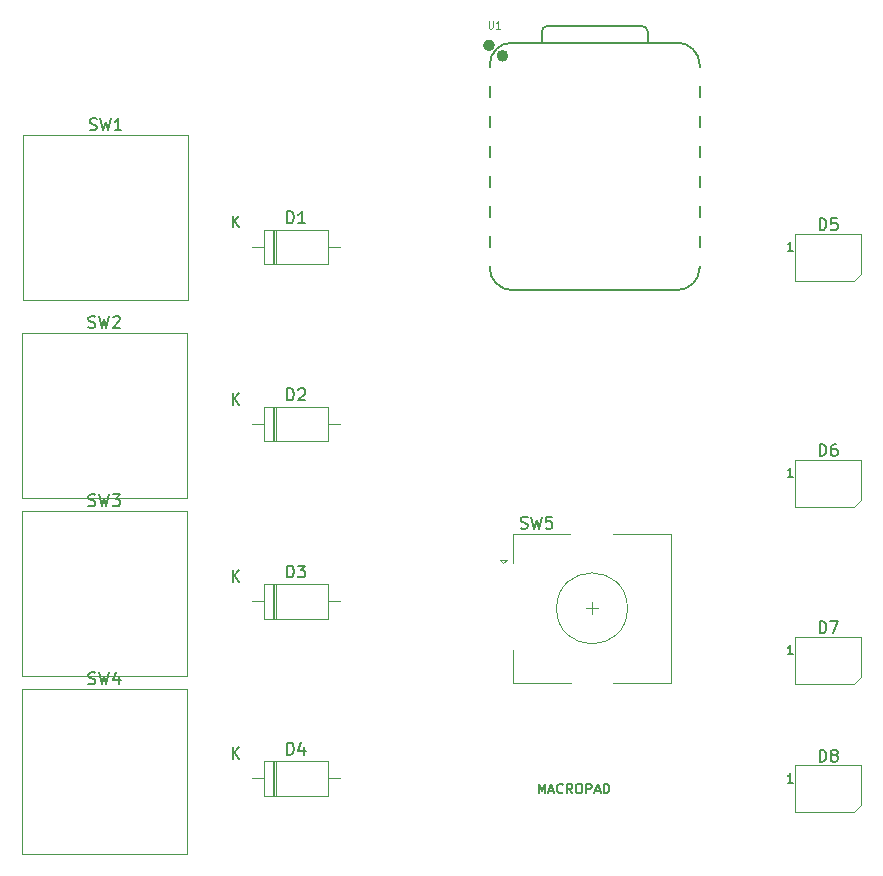
<source format=gto>
G04 #@! TF.GenerationSoftware,KiCad,Pcbnew,9.0.6*
G04 #@! TF.CreationDate,2025-12-19T00:03:08+05:30*
G04 #@! TF.ProjectId,macropad,6d616372-6f70-4616-942e-6b696361645f,rev?*
G04 #@! TF.SameCoordinates,Original*
G04 #@! TF.FileFunction,Legend,Top*
G04 #@! TF.FilePolarity,Positive*
%FSLAX46Y46*%
G04 Gerber Fmt 4.6, Leading zero omitted, Abs format (unit mm)*
G04 Created by KiCad (PCBNEW 9.0.6) date 2025-12-19 00:03:08*
%MOMM*%
%LPD*%
G01*
G04 APERTURE LIST*
%ADD10C,0.200000*%
%ADD11C,0.150000*%
%ADD12C,0.101600*%
%ADD13C,0.120000*%
%ADD14C,0.504000*%
%ADD15C,0.127000*%
%ADD16C,0.100000*%
G04 APERTURE END LIST*
D10*
X155473810Y-106266895D02*
X155473810Y-105466895D01*
X155473810Y-105466895D02*
X155740476Y-106038323D01*
X155740476Y-106038323D02*
X156007143Y-105466895D01*
X156007143Y-105466895D02*
X156007143Y-106266895D01*
X156350000Y-106038323D02*
X156730953Y-106038323D01*
X156273810Y-106266895D02*
X156540477Y-105466895D01*
X156540477Y-105466895D02*
X156807143Y-106266895D01*
X157530953Y-106190704D02*
X157492857Y-106228800D01*
X157492857Y-106228800D02*
X157378572Y-106266895D01*
X157378572Y-106266895D02*
X157302381Y-106266895D01*
X157302381Y-106266895D02*
X157188095Y-106228800D01*
X157188095Y-106228800D02*
X157111905Y-106152609D01*
X157111905Y-106152609D02*
X157073810Y-106076419D01*
X157073810Y-106076419D02*
X157035714Y-105924038D01*
X157035714Y-105924038D02*
X157035714Y-105809752D01*
X157035714Y-105809752D02*
X157073810Y-105657371D01*
X157073810Y-105657371D02*
X157111905Y-105581180D01*
X157111905Y-105581180D02*
X157188095Y-105504990D01*
X157188095Y-105504990D02*
X157302381Y-105466895D01*
X157302381Y-105466895D02*
X157378572Y-105466895D01*
X157378572Y-105466895D02*
X157492857Y-105504990D01*
X157492857Y-105504990D02*
X157530953Y-105543085D01*
X158330953Y-106266895D02*
X158064286Y-105885942D01*
X157873810Y-106266895D02*
X157873810Y-105466895D01*
X157873810Y-105466895D02*
X158178572Y-105466895D01*
X158178572Y-105466895D02*
X158254762Y-105504990D01*
X158254762Y-105504990D02*
X158292857Y-105543085D01*
X158292857Y-105543085D02*
X158330953Y-105619276D01*
X158330953Y-105619276D02*
X158330953Y-105733561D01*
X158330953Y-105733561D02*
X158292857Y-105809752D01*
X158292857Y-105809752D02*
X158254762Y-105847847D01*
X158254762Y-105847847D02*
X158178572Y-105885942D01*
X158178572Y-105885942D02*
X157873810Y-105885942D01*
X158826191Y-105466895D02*
X158978572Y-105466895D01*
X158978572Y-105466895D02*
X159054762Y-105504990D01*
X159054762Y-105504990D02*
X159130953Y-105581180D01*
X159130953Y-105581180D02*
X159169048Y-105733561D01*
X159169048Y-105733561D02*
X159169048Y-106000228D01*
X159169048Y-106000228D02*
X159130953Y-106152609D01*
X159130953Y-106152609D02*
X159054762Y-106228800D01*
X159054762Y-106228800D02*
X158978572Y-106266895D01*
X158978572Y-106266895D02*
X158826191Y-106266895D01*
X158826191Y-106266895D02*
X158750000Y-106228800D01*
X158750000Y-106228800D02*
X158673810Y-106152609D01*
X158673810Y-106152609D02*
X158635714Y-106000228D01*
X158635714Y-106000228D02*
X158635714Y-105733561D01*
X158635714Y-105733561D02*
X158673810Y-105581180D01*
X158673810Y-105581180D02*
X158750000Y-105504990D01*
X158750000Y-105504990D02*
X158826191Y-105466895D01*
X159511905Y-106266895D02*
X159511905Y-105466895D01*
X159511905Y-105466895D02*
X159816667Y-105466895D01*
X159816667Y-105466895D02*
X159892857Y-105504990D01*
X159892857Y-105504990D02*
X159930952Y-105543085D01*
X159930952Y-105543085D02*
X159969048Y-105619276D01*
X159969048Y-105619276D02*
X159969048Y-105733561D01*
X159969048Y-105733561D02*
X159930952Y-105809752D01*
X159930952Y-105809752D02*
X159892857Y-105847847D01*
X159892857Y-105847847D02*
X159816667Y-105885942D01*
X159816667Y-105885942D02*
X159511905Y-105885942D01*
X160273809Y-106038323D02*
X160654762Y-106038323D01*
X160197619Y-106266895D02*
X160464286Y-105466895D01*
X160464286Y-105466895D02*
X160730952Y-106266895D01*
X160997619Y-106266895D02*
X160997619Y-105466895D01*
X160997619Y-105466895D02*
X161188095Y-105466895D01*
X161188095Y-105466895D02*
X161302381Y-105504990D01*
X161302381Y-105504990D02*
X161378571Y-105581180D01*
X161378571Y-105581180D02*
X161416666Y-105657371D01*
X161416666Y-105657371D02*
X161454762Y-105809752D01*
X161454762Y-105809752D02*
X161454762Y-105924038D01*
X161454762Y-105924038D02*
X161416666Y-106076419D01*
X161416666Y-106076419D02*
X161378571Y-106152609D01*
X161378571Y-106152609D02*
X161302381Y-106228800D01*
X161302381Y-106228800D02*
X161188095Y-106266895D01*
X161188095Y-106266895D02*
X160997619Y-106266895D01*
D11*
X117366667Y-96983200D02*
X117509524Y-97030819D01*
X117509524Y-97030819D02*
X117747619Y-97030819D01*
X117747619Y-97030819D02*
X117842857Y-96983200D01*
X117842857Y-96983200D02*
X117890476Y-96935580D01*
X117890476Y-96935580D02*
X117938095Y-96840342D01*
X117938095Y-96840342D02*
X117938095Y-96745104D01*
X117938095Y-96745104D02*
X117890476Y-96649866D01*
X117890476Y-96649866D02*
X117842857Y-96602247D01*
X117842857Y-96602247D02*
X117747619Y-96554628D01*
X117747619Y-96554628D02*
X117557143Y-96507009D01*
X117557143Y-96507009D02*
X117461905Y-96459390D01*
X117461905Y-96459390D02*
X117414286Y-96411771D01*
X117414286Y-96411771D02*
X117366667Y-96316533D01*
X117366667Y-96316533D02*
X117366667Y-96221295D01*
X117366667Y-96221295D02*
X117414286Y-96126057D01*
X117414286Y-96126057D02*
X117461905Y-96078438D01*
X117461905Y-96078438D02*
X117557143Y-96030819D01*
X117557143Y-96030819D02*
X117795238Y-96030819D01*
X117795238Y-96030819D02*
X117938095Y-96078438D01*
X118271429Y-96030819D02*
X118509524Y-97030819D01*
X118509524Y-97030819D02*
X118700000Y-96316533D01*
X118700000Y-96316533D02*
X118890476Y-97030819D01*
X118890476Y-97030819D02*
X119128572Y-96030819D01*
X119938095Y-96364152D02*
X119938095Y-97030819D01*
X119700000Y-95983200D02*
X119461905Y-96697485D01*
X119461905Y-96697485D02*
X120080952Y-96697485D01*
D12*
X151239390Y-40891879D02*
X151239390Y-41405926D01*
X151239390Y-41405926D02*
X151269628Y-41466402D01*
X151269628Y-41466402D02*
X151299866Y-41496641D01*
X151299866Y-41496641D02*
X151360342Y-41526879D01*
X151360342Y-41526879D02*
X151481295Y-41526879D01*
X151481295Y-41526879D02*
X151541771Y-41496641D01*
X151541771Y-41496641D02*
X151572009Y-41466402D01*
X151572009Y-41466402D02*
X151602247Y-41405926D01*
X151602247Y-41405926D02*
X151602247Y-40891879D01*
X152237247Y-41526879D02*
X151874390Y-41526879D01*
X152055818Y-41526879D02*
X152055818Y-40891879D01*
X152055818Y-40891879D02*
X151995342Y-40982593D01*
X151995342Y-40982593D02*
X151934866Y-41043069D01*
X151934866Y-41043069D02*
X151874390Y-41073307D01*
D11*
X153966667Y-83807200D02*
X154109524Y-83854819D01*
X154109524Y-83854819D02*
X154347619Y-83854819D01*
X154347619Y-83854819D02*
X154442857Y-83807200D01*
X154442857Y-83807200D02*
X154490476Y-83759580D01*
X154490476Y-83759580D02*
X154538095Y-83664342D01*
X154538095Y-83664342D02*
X154538095Y-83569104D01*
X154538095Y-83569104D02*
X154490476Y-83473866D01*
X154490476Y-83473866D02*
X154442857Y-83426247D01*
X154442857Y-83426247D02*
X154347619Y-83378628D01*
X154347619Y-83378628D02*
X154157143Y-83331009D01*
X154157143Y-83331009D02*
X154061905Y-83283390D01*
X154061905Y-83283390D02*
X154014286Y-83235771D01*
X154014286Y-83235771D02*
X153966667Y-83140533D01*
X153966667Y-83140533D02*
X153966667Y-83045295D01*
X153966667Y-83045295D02*
X154014286Y-82950057D01*
X154014286Y-82950057D02*
X154061905Y-82902438D01*
X154061905Y-82902438D02*
X154157143Y-82854819D01*
X154157143Y-82854819D02*
X154395238Y-82854819D01*
X154395238Y-82854819D02*
X154538095Y-82902438D01*
X154871429Y-82854819D02*
X155109524Y-83854819D01*
X155109524Y-83854819D02*
X155300000Y-83140533D01*
X155300000Y-83140533D02*
X155490476Y-83854819D01*
X155490476Y-83854819D02*
X155728572Y-82854819D01*
X156585714Y-82854819D02*
X156109524Y-82854819D01*
X156109524Y-82854819D02*
X156061905Y-83331009D01*
X156061905Y-83331009D02*
X156109524Y-83283390D01*
X156109524Y-83283390D02*
X156204762Y-83235771D01*
X156204762Y-83235771D02*
X156442857Y-83235771D01*
X156442857Y-83235771D02*
X156538095Y-83283390D01*
X156538095Y-83283390D02*
X156585714Y-83331009D01*
X156585714Y-83331009D02*
X156633333Y-83426247D01*
X156633333Y-83426247D02*
X156633333Y-83664342D01*
X156633333Y-83664342D02*
X156585714Y-83759580D01*
X156585714Y-83759580D02*
X156538095Y-83807200D01*
X156538095Y-83807200D02*
X156442857Y-83854819D01*
X156442857Y-83854819D02*
X156204762Y-83854819D01*
X156204762Y-83854819D02*
X156109524Y-83807200D01*
X156109524Y-83807200D02*
X156061905Y-83759580D01*
X117366667Y-81893200D02*
X117509524Y-81940819D01*
X117509524Y-81940819D02*
X117747619Y-81940819D01*
X117747619Y-81940819D02*
X117842857Y-81893200D01*
X117842857Y-81893200D02*
X117890476Y-81845580D01*
X117890476Y-81845580D02*
X117938095Y-81750342D01*
X117938095Y-81750342D02*
X117938095Y-81655104D01*
X117938095Y-81655104D02*
X117890476Y-81559866D01*
X117890476Y-81559866D02*
X117842857Y-81512247D01*
X117842857Y-81512247D02*
X117747619Y-81464628D01*
X117747619Y-81464628D02*
X117557143Y-81417009D01*
X117557143Y-81417009D02*
X117461905Y-81369390D01*
X117461905Y-81369390D02*
X117414286Y-81321771D01*
X117414286Y-81321771D02*
X117366667Y-81226533D01*
X117366667Y-81226533D02*
X117366667Y-81131295D01*
X117366667Y-81131295D02*
X117414286Y-81036057D01*
X117414286Y-81036057D02*
X117461905Y-80988438D01*
X117461905Y-80988438D02*
X117557143Y-80940819D01*
X117557143Y-80940819D02*
X117795238Y-80940819D01*
X117795238Y-80940819D02*
X117938095Y-80988438D01*
X118271429Y-80940819D02*
X118509524Y-81940819D01*
X118509524Y-81940819D02*
X118700000Y-81226533D01*
X118700000Y-81226533D02*
X118890476Y-81940819D01*
X118890476Y-81940819D02*
X119128572Y-80940819D01*
X119414286Y-80940819D02*
X120033333Y-80940819D01*
X120033333Y-80940819D02*
X119700000Y-81321771D01*
X119700000Y-81321771D02*
X119842857Y-81321771D01*
X119842857Y-81321771D02*
X119938095Y-81369390D01*
X119938095Y-81369390D02*
X119985714Y-81417009D01*
X119985714Y-81417009D02*
X120033333Y-81512247D01*
X120033333Y-81512247D02*
X120033333Y-81750342D01*
X120033333Y-81750342D02*
X119985714Y-81845580D01*
X119985714Y-81845580D02*
X119938095Y-81893200D01*
X119938095Y-81893200D02*
X119842857Y-81940819D01*
X119842857Y-81940819D02*
X119557143Y-81940819D01*
X119557143Y-81940819D02*
X119461905Y-81893200D01*
X119461905Y-81893200D02*
X119414286Y-81845580D01*
X117366667Y-66803200D02*
X117509524Y-66850819D01*
X117509524Y-66850819D02*
X117747619Y-66850819D01*
X117747619Y-66850819D02*
X117842857Y-66803200D01*
X117842857Y-66803200D02*
X117890476Y-66755580D01*
X117890476Y-66755580D02*
X117938095Y-66660342D01*
X117938095Y-66660342D02*
X117938095Y-66565104D01*
X117938095Y-66565104D02*
X117890476Y-66469866D01*
X117890476Y-66469866D02*
X117842857Y-66422247D01*
X117842857Y-66422247D02*
X117747619Y-66374628D01*
X117747619Y-66374628D02*
X117557143Y-66327009D01*
X117557143Y-66327009D02*
X117461905Y-66279390D01*
X117461905Y-66279390D02*
X117414286Y-66231771D01*
X117414286Y-66231771D02*
X117366667Y-66136533D01*
X117366667Y-66136533D02*
X117366667Y-66041295D01*
X117366667Y-66041295D02*
X117414286Y-65946057D01*
X117414286Y-65946057D02*
X117461905Y-65898438D01*
X117461905Y-65898438D02*
X117557143Y-65850819D01*
X117557143Y-65850819D02*
X117795238Y-65850819D01*
X117795238Y-65850819D02*
X117938095Y-65898438D01*
X118271429Y-65850819D02*
X118509524Y-66850819D01*
X118509524Y-66850819D02*
X118700000Y-66136533D01*
X118700000Y-66136533D02*
X118890476Y-66850819D01*
X118890476Y-66850819D02*
X119128572Y-65850819D01*
X119461905Y-65946057D02*
X119509524Y-65898438D01*
X119509524Y-65898438D02*
X119604762Y-65850819D01*
X119604762Y-65850819D02*
X119842857Y-65850819D01*
X119842857Y-65850819D02*
X119938095Y-65898438D01*
X119938095Y-65898438D02*
X119985714Y-65946057D01*
X119985714Y-65946057D02*
X120033333Y-66041295D01*
X120033333Y-66041295D02*
X120033333Y-66136533D01*
X120033333Y-66136533D02*
X119985714Y-66279390D01*
X119985714Y-66279390D02*
X119414286Y-66850819D01*
X119414286Y-66850819D02*
X120033333Y-66850819D01*
X117476667Y-50073200D02*
X117619524Y-50120819D01*
X117619524Y-50120819D02*
X117857619Y-50120819D01*
X117857619Y-50120819D02*
X117952857Y-50073200D01*
X117952857Y-50073200D02*
X118000476Y-50025580D01*
X118000476Y-50025580D02*
X118048095Y-49930342D01*
X118048095Y-49930342D02*
X118048095Y-49835104D01*
X118048095Y-49835104D02*
X118000476Y-49739866D01*
X118000476Y-49739866D02*
X117952857Y-49692247D01*
X117952857Y-49692247D02*
X117857619Y-49644628D01*
X117857619Y-49644628D02*
X117667143Y-49597009D01*
X117667143Y-49597009D02*
X117571905Y-49549390D01*
X117571905Y-49549390D02*
X117524286Y-49501771D01*
X117524286Y-49501771D02*
X117476667Y-49406533D01*
X117476667Y-49406533D02*
X117476667Y-49311295D01*
X117476667Y-49311295D02*
X117524286Y-49216057D01*
X117524286Y-49216057D02*
X117571905Y-49168438D01*
X117571905Y-49168438D02*
X117667143Y-49120819D01*
X117667143Y-49120819D02*
X117905238Y-49120819D01*
X117905238Y-49120819D02*
X118048095Y-49168438D01*
X118381429Y-49120819D02*
X118619524Y-50120819D01*
X118619524Y-50120819D02*
X118810000Y-49406533D01*
X118810000Y-49406533D02*
X119000476Y-50120819D01*
X119000476Y-50120819D02*
X119238572Y-49120819D01*
X120143333Y-50120819D02*
X119571905Y-50120819D01*
X119857619Y-50120819D02*
X119857619Y-49120819D01*
X119857619Y-49120819D02*
X119762381Y-49263676D01*
X119762381Y-49263676D02*
X119667143Y-49358914D01*
X119667143Y-49358914D02*
X119571905Y-49406533D01*
X179261905Y-103579819D02*
X179261905Y-102579819D01*
X179261905Y-102579819D02*
X179500000Y-102579819D01*
X179500000Y-102579819D02*
X179642857Y-102627438D01*
X179642857Y-102627438D02*
X179738095Y-102722676D01*
X179738095Y-102722676D02*
X179785714Y-102817914D01*
X179785714Y-102817914D02*
X179833333Y-103008390D01*
X179833333Y-103008390D02*
X179833333Y-103151247D01*
X179833333Y-103151247D02*
X179785714Y-103341723D01*
X179785714Y-103341723D02*
X179738095Y-103436961D01*
X179738095Y-103436961D02*
X179642857Y-103532200D01*
X179642857Y-103532200D02*
X179500000Y-103579819D01*
X179500000Y-103579819D02*
X179261905Y-103579819D01*
X180404762Y-103008390D02*
X180309524Y-102960771D01*
X180309524Y-102960771D02*
X180261905Y-102913152D01*
X180261905Y-102913152D02*
X180214286Y-102817914D01*
X180214286Y-102817914D02*
X180214286Y-102770295D01*
X180214286Y-102770295D02*
X180261905Y-102675057D01*
X180261905Y-102675057D02*
X180309524Y-102627438D01*
X180309524Y-102627438D02*
X180404762Y-102579819D01*
X180404762Y-102579819D02*
X180595238Y-102579819D01*
X180595238Y-102579819D02*
X180690476Y-102627438D01*
X180690476Y-102627438D02*
X180738095Y-102675057D01*
X180738095Y-102675057D02*
X180785714Y-102770295D01*
X180785714Y-102770295D02*
X180785714Y-102817914D01*
X180785714Y-102817914D02*
X180738095Y-102913152D01*
X180738095Y-102913152D02*
X180690476Y-102960771D01*
X180690476Y-102960771D02*
X180595238Y-103008390D01*
X180595238Y-103008390D02*
X180404762Y-103008390D01*
X180404762Y-103008390D02*
X180309524Y-103056009D01*
X180309524Y-103056009D02*
X180261905Y-103103628D01*
X180261905Y-103103628D02*
X180214286Y-103198866D01*
X180214286Y-103198866D02*
X180214286Y-103389342D01*
X180214286Y-103389342D02*
X180261905Y-103484580D01*
X180261905Y-103484580D02*
X180309524Y-103532200D01*
X180309524Y-103532200D02*
X180404762Y-103579819D01*
X180404762Y-103579819D02*
X180595238Y-103579819D01*
X180595238Y-103579819D02*
X180690476Y-103532200D01*
X180690476Y-103532200D02*
X180738095Y-103484580D01*
X180738095Y-103484580D02*
X180785714Y-103389342D01*
X180785714Y-103389342D02*
X180785714Y-103198866D01*
X180785714Y-103198866D02*
X180738095Y-103103628D01*
X180738095Y-103103628D02*
X180690476Y-103056009D01*
X180690476Y-103056009D02*
X180595238Y-103008390D01*
X177028571Y-105362295D02*
X176571428Y-105362295D01*
X176800000Y-105362295D02*
X176800000Y-104562295D01*
X176800000Y-104562295D02*
X176723809Y-104676580D01*
X176723809Y-104676580D02*
X176647619Y-104752771D01*
X176647619Y-104752771D02*
X176571428Y-104790866D01*
X179261905Y-92704819D02*
X179261905Y-91704819D01*
X179261905Y-91704819D02*
X179500000Y-91704819D01*
X179500000Y-91704819D02*
X179642857Y-91752438D01*
X179642857Y-91752438D02*
X179738095Y-91847676D01*
X179738095Y-91847676D02*
X179785714Y-91942914D01*
X179785714Y-91942914D02*
X179833333Y-92133390D01*
X179833333Y-92133390D02*
X179833333Y-92276247D01*
X179833333Y-92276247D02*
X179785714Y-92466723D01*
X179785714Y-92466723D02*
X179738095Y-92561961D01*
X179738095Y-92561961D02*
X179642857Y-92657200D01*
X179642857Y-92657200D02*
X179500000Y-92704819D01*
X179500000Y-92704819D02*
X179261905Y-92704819D01*
X180166667Y-91704819D02*
X180833333Y-91704819D01*
X180833333Y-91704819D02*
X180404762Y-92704819D01*
X177028571Y-94487295D02*
X176571428Y-94487295D01*
X176800000Y-94487295D02*
X176800000Y-93687295D01*
X176800000Y-93687295D02*
X176723809Y-93801580D01*
X176723809Y-93801580D02*
X176647619Y-93877771D01*
X176647619Y-93877771D02*
X176571428Y-93915866D01*
X179261905Y-77704819D02*
X179261905Y-76704819D01*
X179261905Y-76704819D02*
X179500000Y-76704819D01*
X179500000Y-76704819D02*
X179642857Y-76752438D01*
X179642857Y-76752438D02*
X179738095Y-76847676D01*
X179738095Y-76847676D02*
X179785714Y-76942914D01*
X179785714Y-76942914D02*
X179833333Y-77133390D01*
X179833333Y-77133390D02*
X179833333Y-77276247D01*
X179833333Y-77276247D02*
X179785714Y-77466723D01*
X179785714Y-77466723D02*
X179738095Y-77561961D01*
X179738095Y-77561961D02*
X179642857Y-77657200D01*
X179642857Y-77657200D02*
X179500000Y-77704819D01*
X179500000Y-77704819D02*
X179261905Y-77704819D01*
X180690476Y-76704819D02*
X180500000Y-76704819D01*
X180500000Y-76704819D02*
X180404762Y-76752438D01*
X180404762Y-76752438D02*
X180357143Y-76800057D01*
X180357143Y-76800057D02*
X180261905Y-76942914D01*
X180261905Y-76942914D02*
X180214286Y-77133390D01*
X180214286Y-77133390D02*
X180214286Y-77514342D01*
X180214286Y-77514342D02*
X180261905Y-77609580D01*
X180261905Y-77609580D02*
X180309524Y-77657200D01*
X180309524Y-77657200D02*
X180404762Y-77704819D01*
X180404762Y-77704819D02*
X180595238Y-77704819D01*
X180595238Y-77704819D02*
X180690476Y-77657200D01*
X180690476Y-77657200D02*
X180738095Y-77609580D01*
X180738095Y-77609580D02*
X180785714Y-77514342D01*
X180785714Y-77514342D02*
X180785714Y-77276247D01*
X180785714Y-77276247D02*
X180738095Y-77181009D01*
X180738095Y-77181009D02*
X180690476Y-77133390D01*
X180690476Y-77133390D02*
X180595238Y-77085771D01*
X180595238Y-77085771D02*
X180404762Y-77085771D01*
X180404762Y-77085771D02*
X180309524Y-77133390D01*
X180309524Y-77133390D02*
X180261905Y-77181009D01*
X180261905Y-77181009D02*
X180214286Y-77276247D01*
X177028571Y-79487295D02*
X176571428Y-79487295D01*
X176800000Y-79487295D02*
X176800000Y-78687295D01*
X176800000Y-78687295D02*
X176723809Y-78801580D01*
X176723809Y-78801580D02*
X176647619Y-78877771D01*
X176647619Y-78877771D02*
X176571428Y-78915866D01*
X179261905Y-58579819D02*
X179261905Y-57579819D01*
X179261905Y-57579819D02*
X179500000Y-57579819D01*
X179500000Y-57579819D02*
X179642857Y-57627438D01*
X179642857Y-57627438D02*
X179738095Y-57722676D01*
X179738095Y-57722676D02*
X179785714Y-57817914D01*
X179785714Y-57817914D02*
X179833333Y-58008390D01*
X179833333Y-58008390D02*
X179833333Y-58151247D01*
X179833333Y-58151247D02*
X179785714Y-58341723D01*
X179785714Y-58341723D02*
X179738095Y-58436961D01*
X179738095Y-58436961D02*
X179642857Y-58532200D01*
X179642857Y-58532200D02*
X179500000Y-58579819D01*
X179500000Y-58579819D02*
X179261905Y-58579819D01*
X180738095Y-57579819D02*
X180261905Y-57579819D01*
X180261905Y-57579819D02*
X180214286Y-58056009D01*
X180214286Y-58056009D02*
X180261905Y-58008390D01*
X180261905Y-58008390D02*
X180357143Y-57960771D01*
X180357143Y-57960771D02*
X180595238Y-57960771D01*
X180595238Y-57960771D02*
X180690476Y-58008390D01*
X180690476Y-58008390D02*
X180738095Y-58056009D01*
X180738095Y-58056009D02*
X180785714Y-58151247D01*
X180785714Y-58151247D02*
X180785714Y-58389342D01*
X180785714Y-58389342D02*
X180738095Y-58484580D01*
X180738095Y-58484580D02*
X180690476Y-58532200D01*
X180690476Y-58532200D02*
X180595238Y-58579819D01*
X180595238Y-58579819D02*
X180357143Y-58579819D01*
X180357143Y-58579819D02*
X180261905Y-58532200D01*
X180261905Y-58532200D02*
X180214286Y-58484580D01*
X177028571Y-60362295D02*
X176571428Y-60362295D01*
X176800000Y-60362295D02*
X176800000Y-59562295D01*
X176800000Y-59562295D02*
X176723809Y-59676580D01*
X176723809Y-59676580D02*
X176647619Y-59752771D01*
X176647619Y-59752771D02*
X176571428Y-59790866D01*
X134181905Y-102984819D02*
X134181905Y-101984819D01*
X134181905Y-101984819D02*
X134420000Y-101984819D01*
X134420000Y-101984819D02*
X134562857Y-102032438D01*
X134562857Y-102032438D02*
X134658095Y-102127676D01*
X134658095Y-102127676D02*
X134705714Y-102222914D01*
X134705714Y-102222914D02*
X134753333Y-102413390D01*
X134753333Y-102413390D02*
X134753333Y-102556247D01*
X134753333Y-102556247D02*
X134705714Y-102746723D01*
X134705714Y-102746723D02*
X134658095Y-102841961D01*
X134658095Y-102841961D02*
X134562857Y-102937200D01*
X134562857Y-102937200D02*
X134420000Y-102984819D01*
X134420000Y-102984819D02*
X134181905Y-102984819D01*
X135610476Y-102318152D02*
X135610476Y-102984819D01*
X135372381Y-101937200D02*
X135134286Y-102651485D01*
X135134286Y-102651485D02*
X135753333Y-102651485D01*
X129578095Y-103354819D02*
X129578095Y-102354819D01*
X130149523Y-103354819D02*
X129720952Y-102783390D01*
X130149523Y-102354819D02*
X129578095Y-102926247D01*
X134181905Y-87984819D02*
X134181905Y-86984819D01*
X134181905Y-86984819D02*
X134420000Y-86984819D01*
X134420000Y-86984819D02*
X134562857Y-87032438D01*
X134562857Y-87032438D02*
X134658095Y-87127676D01*
X134658095Y-87127676D02*
X134705714Y-87222914D01*
X134705714Y-87222914D02*
X134753333Y-87413390D01*
X134753333Y-87413390D02*
X134753333Y-87556247D01*
X134753333Y-87556247D02*
X134705714Y-87746723D01*
X134705714Y-87746723D02*
X134658095Y-87841961D01*
X134658095Y-87841961D02*
X134562857Y-87937200D01*
X134562857Y-87937200D02*
X134420000Y-87984819D01*
X134420000Y-87984819D02*
X134181905Y-87984819D01*
X135086667Y-86984819D02*
X135705714Y-86984819D01*
X135705714Y-86984819D02*
X135372381Y-87365771D01*
X135372381Y-87365771D02*
X135515238Y-87365771D01*
X135515238Y-87365771D02*
X135610476Y-87413390D01*
X135610476Y-87413390D02*
X135658095Y-87461009D01*
X135658095Y-87461009D02*
X135705714Y-87556247D01*
X135705714Y-87556247D02*
X135705714Y-87794342D01*
X135705714Y-87794342D02*
X135658095Y-87889580D01*
X135658095Y-87889580D02*
X135610476Y-87937200D01*
X135610476Y-87937200D02*
X135515238Y-87984819D01*
X135515238Y-87984819D02*
X135229524Y-87984819D01*
X135229524Y-87984819D02*
X135134286Y-87937200D01*
X135134286Y-87937200D02*
X135086667Y-87889580D01*
X129578095Y-88354819D02*
X129578095Y-87354819D01*
X130149523Y-88354819D02*
X129720952Y-87783390D01*
X130149523Y-87354819D02*
X129578095Y-87926247D01*
X134181905Y-72984819D02*
X134181905Y-71984819D01*
X134181905Y-71984819D02*
X134420000Y-71984819D01*
X134420000Y-71984819D02*
X134562857Y-72032438D01*
X134562857Y-72032438D02*
X134658095Y-72127676D01*
X134658095Y-72127676D02*
X134705714Y-72222914D01*
X134705714Y-72222914D02*
X134753333Y-72413390D01*
X134753333Y-72413390D02*
X134753333Y-72556247D01*
X134753333Y-72556247D02*
X134705714Y-72746723D01*
X134705714Y-72746723D02*
X134658095Y-72841961D01*
X134658095Y-72841961D02*
X134562857Y-72937200D01*
X134562857Y-72937200D02*
X134420000Y-72984819D01*
X134420000Y-72984819D02*
X134181905Y-72984819D01*
X135134286Y-72080057D02*
X135181905Y-72032438D01*
X135181905Y-72032438D02*
X135277143Y-71984819D01*
X135277143Y-71984819D02*
X135515238Y-71984819D01*
X135515238Y-71984819D02*
X135610476Y-72032438D01*
X135610476Y-72032438D02*
X135658095Y-72080057D01*
X135658095Y-72080057D02*
X135705714Y-72175295D01*
X135705714Y-72175295D02*
X135705714Y-72270533D01*
X135705714Y-72270533D02*
X135658095Y-72413390D01*
X135658095Y-72413390D02*
X135086667Y-72984819D01*
X135086667Y-72984819D02*
X135705714Y-72984819D01*
X129578095Y-73354819D02*
X129578095Y-72354819D01*
X130149523Y-73354819D02*
X129720952Y-72783390D01*
X130149523Y-72354819D02*
X129578095Y-72926247D01*
X134181905Y-57984819D02*
X134181905Y-56984819D01*
X134181905Y-56984819D02*
X134420000Y-56984819D01*
X134420000Y-56984819D02*
X134562857Y-57032438D01*
X134562857Y-57032438D02*
X134658095Y-57127676D01*
X134658095Y-57127676D02*
X134705714Y-57222914D01*
X134705714Y-57222914D02*
X134753333Y-57413390D01*
X134753333Y-57413390D02*
X134753333Y-57556247D01*
X134753333Y-57556247D02*
X134705714Y-57746723D01*
X134705714Y-57746723D02*
X134658095Y-57841961D01*
X134658095Y-57841961D02*
X134562857Y-57937200D01*
X134562857Y-57937200D02*
X134420000Y-57984819D01*
X134420000Y-57984819D02*
X134181905Y-57984819D01*
X135705714Y-57984819D02*
X135134286Y-57984819D01*
X135420000Y-57984819D02*
X135420000Y-56984819D01*
X135420000Y-56984819D02*
X135324762Y-57127676D01*
X135324762Y-57127676D02*
X135229524Y-57222914D01*
X135229524Y-57222914D02*
X135134286Y-57270533D01*
X129578095Y-58354819D02*
X129578095Y-57354819D01*
X130149523Y-58354819D02*
X129720952Y-57783390D01*
X130149523Y-57354819D02*
X129578095Y-57926247D01*
D13*
X125685000Y-111435000D02*
X111715000Y-111435000D01*
X125685000Y-97465000D02*
X125685000Y-111435000D01*
X111715000Y-111435000D02*
X111715000Y-97465000D01*
X111715000Y-97465000D02*
X125685000Y-97465000D01*
D14*
X152668200Y-43818400D02*
G75*
G02*
X152164200Y-43818400I-252000J0D01*
G01*
X152164200Y-43818400D02*
G75*
G02*
X152668200Y-43818400I252000J0D01*
G01*
X151525200Y-42938400D02*
G75*
G02*
X151021200Y-42938400I-252000J0D01*
G01*
X151021200Y-42938400D02*
G75*
G02*
X151525200Y-42938400I252000J0D01*
G01*
D15*
X169113200Y-61747400D02*
G75*
G02*
X167208200Y-63652400I-1905000J0D01*
G01*
X167208200Y-42697400D02*
G75*
G02*
X169113200Y-44602400I0J-1905000D01*
G01*
X164227200Y-41287400D02*
G75*
G02*
X164727200Y-41787400I0J-500000D01*
G01*
X155731928Y-41787128D02*
G75*
G02*
X156231928Y-41287401I500018J-291D01*
G01*
X153238200Y-63652400D02*
G75*
G02*
X151333200Y-61747400I1J1905001D01*
G01*
X151333200Y-44602400D02*
G75*
G02*
X153238200Y-42697400I1905001J-1D01*
G01*
X169113200Y-61747400D02*
X169113200Y-44602400D01*
X167208200Y-42697400D02*
X153238200Y-42697400D01*
D16*
X167208200Y-42697400D02*
X153238200Y-42697400D01*
D15*
X164727200Y-41787400D02*
X164727200Y-42697400D01*
X156231928Y-41287400D02*
X164227200Y-41287400D01*
X155728200Y-42697400D02*
X155731928Y-41787128D01*
X153238200Y-63652400D02*
X167208200Y-63652400D01*
X151333200Y-61747400D02*
X151333200Y-44602400D01*
D13*
X152200000Y-86500000D02*
X152800000Y-86500000D01*
X152500000Y-86800000D02*
X152200000Y-86500000D01*
X152800000Y-86500000D02*
X152500000Y-86800000D01*
X153300000Y-84300000D02*
X153300000Y-86800000D01*
X153300000Y-96900000D02*
X153300000Y-94100000D01*
X158100000Y-84300000D02*
X153300000Y-84300000D01*
X158200000Y-96900000D02*
X153300000Y-96900000D01*
X159500000Y-90600000D02*
X160500000Y-90600000D01*
X160000000Y-90100000D02*
X160000000Y-91100000D01*
X161800000Y-84300000D02*
X166700000Y-84300000D01*
X166700000Y-84300000D02*
X166700000Y-96900000D01*
X166700000Y-96900000D02*
X161800000Y-96900000D01*
X163000000Y-90600000D02*
G75*
G02*
X157000000Y-90600000I-3000000J0D01*
G01*
X157000000Y-90600000D02*
G75*
G02*
X163000000Y-90600000I3000000J0D01*
G01*
X111715000Y-82375000D02*
X125685000Y-82375000D01*
X111715000Y-96345000D02*
X111715000Y-82375000D01*
X125685000Y-82375000D02*
X125685000Y-96345000D01*
X125685000Y-96345000D02*
X111715000Y-96345000D01*
X111715000Y-67285000D02*
X125685000Y-67285000D01*
X111715000Y-81255000D02*
X111715000Y-67285000D01*
X125685000Y-67285000D02*
X125685000Y-81255000D01*
X125685000Y-81255000D02*
X111715000Y-81255000D01*
X111825000Y-50555000D02*
X125795000Y-50555000D01*
X111825000Y-64525000D02*
X111825000Y-50555000D01*
X125795000Y-50555000D02*
X125795000Y-64525000D01*
X125795000Y-64525000D02*
X111825000Y-64525000D01*
X177200000Y-103875000D02*
X177200000Y-107875000D01*
X177200000Y-103875000D02*
X182800000Y-103875000D01*
X177200000Y-107875000D02*
X182200000Y-107875000D01*
X182800000Y-107275000D02*
X182200000Y-107875000D01*
X182800000Y-107275000D02*
X182800000Y-103875000D01*
X177200000Y-93000000D02*
X177200000Y-97000000D01*
X177200000Y-93000000D02*
X182800000Y-93000000D01*
X177200000Y-97000000D02*
X182200000Y-97000000D01*
X182800000Y-96400000D02*
X182200000Y-97000000D01*
X182800000Y-96400000D02*
X182800000Y-93000000D01*
X177200000Y-78000000D02*
X177200000Y-82000000D01*
X177200000Y-78000000D02*
X182800000Y-78000000D01*
X177200000Y-82000000D02*
X182200000Y-82000000D01*
X182800000Y-81400000D02*
X182200000Y-82000000D01*
X182800000Y-81400000D02*
X182800000Y-78000000D01*
X177200000Y-58875000D02*
X177200000Y-62875000D01*
X177200000Y-58875000D02*
X182800000Y-58875000D01*
X177200000Y-62875000D02*
X182200000Y-62875000D01*
X182800000Y-62275000D02*
X182200000Y-62875000D01*
X182800000Y-62275000D02*
X182800000Y-58875000D01*
X131180000Y-105000000D02*
X132200000Y-105000000D01*
X132980000Y-103530000D02*
X132980000Y-106470000D01*
X133100000Y-103530000D02*
X133100000Y-106470000D01*
X133220000Y-103530000D02*
X133220000Y-106470000D01*
X138660000Y-105000000D02*
X137640000Y-105000000D01*
X132200000Y-103530000D02*
X137640000Y-103530000D01*
X137640000Y-106470000D01*
X132200000Y-106470000D01*
X132200000Y-103530000D01*
X131180000Y-90000000D02*
X132200000Y-90000000D01*
X132980000Y-88530000D02*
X132980000Y-91470000D01*
X133100000Y-88530000D02*
X133100000Y-91470000D01*
X133220000Y-88530000D02*
X133220000Y-91470000D01*
X138660000Y-90000000D02*
X137640000Y-90000000D01*
X132200000Y-88530000D02*
X137640000Y-88530000D01*
X137640000Y-91470000D01*
X132200000Y-91470000D01*
X132200000Y-88530000D01*
X131180000Y-75000000D02*
X132200000Y-75000000D01*
X132980000Y-73530000D02*
X132980000Y-76470000D01*
X133100000Y-73530000D02*
X133100000Y-76470000D01*
X133220000Y-73530000D02*
X133220000Y-76470000D01*
X138660000Y-75000000D02*
X137640000Y-75000000D01*
X132200000Y-73530000D02*
X137640000Y-73530000D01*
X137640000Y-76470000D01*
X132200000Y-76470000D01*
X132200000Y-73530000D01*
X131180000Y-60000000D02*
X132200000Y-60000000D01*
X132980000Y-58530000D02*
X132980000Y-61470000D01*
X133100000Y-58530000D02*
X133100000Y-61470000D01*
X133220000Y-58530000D02*
X133220000Y-61470000D01*
X138660000Y-60000000D02*
X137640000Y-60000000D01*
X132200000Y-58530000D02*
X137640000Y-58530000D01*
X137640000Y-61470000D01*
X132200000Y-61470000D01*
X132200000Y-58530000D01*
%LPC*%
G36*
X179050000Y-107175000D02*
G01*
X177450000Y-107175000D01*
X177450000Y-106325000D01*
X179050000Y-106325000D01*
X179050000Y-107175000D01*
G37*
G36*
X182550000Y-107175000D02*
G01*
X180950000Y-107175000D01*
X180950000Y-106325000D01*
X182550000Y-106325000D01*
X182550000Y-107175000D01*
G37*
G36*
X119090181Y-102488429D02*
G01*
X119342879Y-102556140D01*
X119584577Y-102656255D01*
X119811140Y-102787061D01*
X120018692Y-102946320D01*
X120203680Y-103131308D01*
X120362939Y-103338860D01*
X120493745Y-103565423D01*
X120593860Y-103807121D01*
X120661571Y-104059819D01*
X120695718Y-104319194D01*
X120695718Y-104580806D01*
X120661571Y-104840181D01*
X120593860Y-105092879D01*
X120493745Y-105334577D01*
X120362939Y-105561140D01*
X120203680Y-105768692D01*
X120018692Y-105953680D01*
X119811140Y-106112939D01*
X119584577Y-106243745D01*
X119342879Y-106343860D01*
X119090181Y-106411571D01*
X118830806Y-106445718D01*
X118569194Y-106445718D01*
X118309819Y-106411571D01*
X118057121Y-106343860D01*
X117815423Y-106243745D01*
X117588860Y-106112939D01*
X117381308Y-105953680D01*
X117196320Y-105768692D01*
X117037061Y-105561140D01*
X116906255Y-105334577D01*
X116806140Y-105092879D01*
X116738429Y-104840181D01*
X116704282Y-104580806D01*
X116704282Y-104319194D01*
X116738429Y-104059819D01*
X116806140Y-103807121D01*
X116906255Y-103565423D01*
X117037061Y-103338860D01*
X117196320Y-103131308D01*
X117381308Y-102946320D01*
X117588860Y-102787061D01*
X117815423Y-102656255D01*
X118057121Y-102556140D01*
X118309819Y-102488429D01*
X118569194Y-102454282D01*
X118830806Y-102454282D01*
X119090181Y-102488429D01*
G37*
G36*
X130694850Y-103900964D02*
G01*
X130745041Y-103906787D01*
X130762191Y-103914359D01*
X130785671Y-103919030D01*
X130810806Y-103935825D01*
X130830696Y-103944607D01*
X130844280Y-103958191D01*
X130866777Y-103973223D01*
X130881808Y-103995719D01*
X130895392Y-104009303D01*
X130904173Y-104029190D01*
X130920970Y-104054329D01*
X130925640Y-104077809D01*
X130933212Y-104094958D01*
X130939036Y-104145161D01*
X130939999Y-104150000D01*
X130939999Y-104153456D01*
X130940000Y-104153465D01*
X130940000Y-105086291D01*
X130940000Y-105850001D01*
X130939034Y-105854853D01*
X130933212Y-105905041D01*
X130925641Y-105922187D01*
X130920970Y-105945671D01*
X130904171Y-105970811D01*
X130895392Y-105990696D01*
X130881810Y-106004277D01*
X130866777Y-106026777D01*
X130844277Y-106041810D01*
X130830696Y-106055392D01*
X130810811Y-106064171D01*
X130785671Y-106080970D01*
X130762188Y-106085640D01*
X130745041Y-106093212D01*
X130694838Y-106099036D01*
X130690000Y-106099999D01*
X130686543Y-106099999D01*
X130686535Y-106100000D01*
X128993465Y-106100000D01*
X128993464Y-106099999D01*
X128989999Y-106100000D01*
X128985147Y-106099035D01*
X128934958Y-106093212D01*
X128917810Y-106085640D01*
X128894329Y-106080970D01*
X128869190Y-106064173D01*
X128849303Y-106055392D01*
X128835719Y-106041808D01*
X128813223Y-106026777D01*
X128798191Y-106004280D01*
X128784607Y-105990696D01*
X128775825Y-105970806D01*
X128759030Y-105945671D01*
X128754360Y-105922192D01*
X128746787Y-105905041D01*
X128740963Y-105854838D01*
X128740001Y-105850000D01*
X128740000Y-105846542D01*
X128740000Y-105846534D01*
X128740000Y-104153465D01*
X128740000Y-104153464D01*
X128740000Y-104149999D01*
X128740964Y-104145149D01*
X128746787Y-104094958D01*
X128754359Y-104077806D01*
X128759030Y-104054329D01*
X128775823Y-104029194D01*
X128784607Y-104009303D01*
X128798193Y-103995716D01*
X128813223Y-103973223D01*
X128835716Y-103958193D01*
X128849303Y-103944607D01*
X128869194Y-103935823D01*
X128894329Y-103919030D01*
X128917805Y-103914360D01*
X128934958Y-103906787D01*
X128985163Y-103900963D01*
X128990000Y-103900001D01*
X128993456Y-103900000D01*
X128993465Y-103900000D01*
X130686535Y-103900000D01*
X130690001Y-103900000D01*
X130694850Y-103900964D01*
G37*
G36*
X140256790Y-103930393D02*
G01*
X140420952Y-103983733D01*
X140574748Y-104062096D01*
X140714393Y-104163553D01*
X140836447Y-104285607D01*
X140937904Y-104425252D01*
X141016267Y-104579048D01*
X141069607Y-104743210D01*
X141096609Y-104913695D01*
X141096609Y-105086305D01*
X141069607Y-105256790D01*
X141016267Y-105420952D01*
X140937904Y-105574748D01*
X140836447Y-105714393D01*
X140714393Y-105836447D01*
X140574748Y-105937904D01*
X140420952Y-106016267D01*
X140256790Y-106069607D01*
X140086305Y-106096609D01*
X139913695Y-106096609D01*
X139743210Y-106069607D01*
X139579048Y-106016267D01*
X139425252Y-105937904D01*
X139285607Y-105836447D01*
X139163553Y-105714393D01*
X139062096Y-105574748D01*
X138983733Y-105420952D01*
X138930393Y-105256790D01*
X138903391Y-105086305D01*
X138903391Y-104913695D01*
X138930393Y-104743210D01*
X138983733Y-104579048D01*
X139062096Y-104425252D01*
X139163553Y-104285607D01*
X139285607Y-104163553D01*
X139425252Y-104062096D01*
X139579048Y-103983733D01*
X139743210Y-103930393D01*
X139913695Y-103903391D01*
X140086305Y-103903391D01*
X140256790Y-103930393D01*
G37*
G36*
X179050000Y-105425000D02*
G01*
X177450000Y-105425000D01*
X177450000Y-104575000D01*
X179050000Y-104575000D01*
X179050000Y-105425000D01*
G37*
G36*
X182550000Y-105425000D02*
G01*
X180950000Y-105425000D01*
X180950000Y-104575000D01*
X182550000Y-104575000D01*
X182550000Y-105425000D01*
G37*
G36*
X113866742Y-103636601D02*
G01*
X114020687Y-103700367D01*
X114159234Y-103792941D01*
X114277059Y-103910766D01*
X114369633Y-104049313D01*
X114433399Y-104203258D01*
X114465907Y-104366685D01*
X114465907Y-104533315D01*
X114433399Y-104696742D01*
X114369633Y-104850687D01*
X114277059Y-104989234D01*
X114159234Y-105107059D01*
X114020687Y-105199633D01*
X113866742Y-105263399D01*
X113703315Y-105295907D01*
X113536685Y-105295907D01*
X113373258Y-105263399D01*
X113219313Y-105199633D01*
X113080766Y-105107059D01*
X112962941Y-104989234D01*
X112870367Y-104850687D01*
X112806601Y-104696742D01*
X112774093Y-104533315D01*
X112774093Y-104366685D01*
X112806601Y-104203258D01*
X112870367Y-104049313D01*
X112962941Y-103910766D01*
X113080766Y-103792941D01*
X113219313Y-103700367D01*
X113373258Y-103636601D01*
X113536685Y-103604093D01*
X113703315Y-103604093D01*
X113866742Y-103636601D01*
G37*
G36*
X124026742Y-103636601D02*
G01*
X124180687Y-103700367D01*
X124319234Y-103792941D01*
X124437059Y-103910766D01*
X124529633Y-104049313D01*
X124593399Y-104203258D01*
X124625907Y-104366685D01*
X124625907Y-104533315D01*
X124593399Y-104696742D01*
X124529633Y-104850687D01*
X124437059Y-104989234D01*
X124319234Y-105107059D01*
X124180687Y-105199633D01*
X124026742Y-105263399D01*
X123863315Y-105295907D01*
X123696685Y-105295907D01*
X123533258Y-105263399D01*
X123379313Y-105199633D01*
X123240766Y-105107059D01*
X123122941Y-104989234D01*
X123030367Y-104850687D01*
X122966601Y-104696742D01*
X122934093Y-104533315D01*
X122934093Y-104366685D01*
X122966601Y-104203258D01*
X123030367Y-104049313D01*
X123122941Y-103910766D01*
X123240766Y-103792941D01*
X123379313Y-103700367D01*
X123533258Y-103636601D01*
X123696685Y-103604093D01*
X123863315Y-103604093D01*
X124026742Y-103636601D01*
G37*
G36*
X115146790Y-100840393D02*
G01*
X115310952Y-100893733D01*
X115464748Y-100972096D01*
X115604393Y-101073553D01*
X115726447Y-101195607D01*
X115827904Y-101335252D01*
X115906267Y-101489048D01*
X115959607Y-101653210D01*
X115986609Y-101823695D01*
X115986609Y-101996305D01*
X115959607Y-102166790D01*
X115906267Y-102330952D01*
X115827904Y-102484748D01*
X115726447Y-102624393D01*
X115604393Y-102746447D01*
X115464748Y-102847904D01*
X115310952Y-102926267D01*
X115146790Y-102979607D01*
X114976305Y-103006609D01*
X114803695Y-103006609D01*
X114633210Y-102979607D01*
X114469048Y-102926267D01*
X114315252Y-102847904D01*
X114175607Y-102746447D01*
X114053553Y-102624393D01*
X113952096Y-102484748D01*
X113873733Y-102330952D01*
X113820393Y-102166790D01*
X113793391Y-101996305D01*
X113793391Y-101823695D01*
X113820393Y-101653210D01*
X113873733Y-101489048D01*
X113952096Y-101335252D01*
X114053553Y-101195607D01*
X114175607Y-101073553D01*
X114315252Y-100972096D01*
X114469048Y-100893733D01*
X114633210Y-100840393D01*
X114803695Y-100813391D01*
X114976305Y-100813391D01*
X115146790Y-100840393D01*
G37*
G36*
X121496790Y-98300393D02*
G01*
X121660952Y-98353733D01*
X121814748Y-98432096D01*
X121954393Y-98533553D01*
X122076447Y-98655607D01*
X122177904Y-98795252D01*
X122256267Y-98949048D01*
X122309607Y-99113210D01*
X122336609Y-99283695D01*
X122336609Y-99456305D01*
X122309607Y-99626790D01*
X122256267Y-99790952D01*
X122177904Y-99944748D01*
X122076447Y-100084393D01*
X121954393Y-100206447D01*
X121814748Y-100307904D01*
X121660952Y-100386267D01*
X121496790Y-100439607D01*
X121326305Y-100466609D01*
X121153695Y-100466609D01*
X120983210Y-100439607D01*
X120819048Y-100386267D01*
X120665252Y-100307904D01*
X120525607Y-100206447D01*
X120403553Y-100084393D01*
X120302096Y-99944748D01*
X120223733Y-99790952D01*
X120170393Y-99626790D01*
X120143391Y-99456305D01*
X120143391Y-99283695D01*
X120170393Y-99113210D01*
X120223733Y-98949048D01*
X120302096Y-98795252D01*
X120403553Y-98655607D01*
X120525607Y-98533553D01*
X120665252Y-98432096D01*
X120819048Y-98353733D01*
X120983210Y-98300393D01*
X121153695Y-98273391D01*
X121326305Y-98273391D01*
X121496790Y-98300393D01*
G37*
G36*
X161500000Y-97450000D02*
G01*
X158500000Y-97450000D01*
X158500000Y-94950000D01*
X161500000Y-94950000D01*
X161500000Y-97450000D01*
G37*
G36*
X179050000Y-96300000D02*
G01*
X177450000Y-96300000D01*
X177450000Y-95450000D01*
X179050000Y-95450000D01*
X179050000Y-96300000D01*
G37*
G36*
X182550000Y-96300000D02*
G01*
X180950000Y-96300000D01*
X180950000Y-95450000D01*
X182550000Y-95450000D01*
X182550000Y-96300000D01*
G37*
G36*
X179050000Y-94550000D02*
G01*
X177450000Y-94550000D01*
X177450000Y-93700000D01*
X179050000Y-93700000D01*
X179050000Y-94550000D01*
G37*
G36*
X182550000Y-94550000D02*
G01*
X180950000Y-94550000D01*
X180950000Y-93700000D01*
X182550000Y-93700000D01*
X182550000Y-94550000D01*
G37*
G36*
X152790285Y-92143060D02*
G01*
X152971397Y-92218079D01*
X153134393Y-92326990D01*
X153273010Y-92465607D01*
X153381921Y-92628603D01*
X153456940Y-92809715D01*
X153495185Y-93001983D01*
X153495185Y-93198017D01*
X153456940Y-93390285D01*
X153381921Y-93571397D01*
X153273010Y-93734393D01*
X153134393Y-93873010D01*
X152971397Y-93981921D01*
X152790285Y-94056940D01*
X152598017Y-94095185D01*
X152401983Y-94095185D01*
X152209715Y-94056940D01*
X152028603Y-93981921D01*
X151865607Y-93873010D01*
X151726990Y-93734393D01*
X151618079Y-93571397D01*
X151543060Y-93390285D01*
X151504815Y-93198017D01*
X151504815Y-93001983D01*
X151543060Y-92809715D01*
X151618079Y-92628603D01*
X151726990Y-92465607D01*
X151865607Y-92326990D01*
X152028603Y-92218079D01*
X152209715Y-92143060D01*
X152401983Y-92104815D01*
X152598017Y-92104815D01*
X152790285Y-92143060D01*
G37*
G36*
X152790285Y-89643060D02*
G01*
X152971397Y-89718079D01*
X153134393Y-89826990D01*
X153273010Y-89965607D01*
X153381921Y-90128603D01*
X153456940Y-90309715D01*
X153495185Y-90501983D01*
X153495185Y-90698017D01*
X153456940Y-90890285D01*
X153381921Y-91071397D01*
X153273010Y-91234393D01*
X153134393Y-91373010D01*
X152971397Y-91481921D01*
X152790285Y-91556940D01*
X152598017Y-91595185D01*
X152401983Y-91595185D01*
X152209715Y-91556940D01*
X152028603Y-91481921D01*
X151865607Y-91373010D01*
X151726990Y-91234393D01*
X151618079Y-91071397D01*
X151543060Y-90890285D01*
X151504815Y-90698017D01*
X151504815Y-90501983D01*
X151543060Y-90309715D01*
X151618079Y-90128603D01*
X151726990Y-89965607D01*
X151865607Y-89826990D01*
X152028603Y-89718079D01*
X152209715Y-89643060D01*
X152401983Y-89604815D01*
X152598017Y-89604815D01*
X152790285Y-89643060D01*
G37*
G36*
X119090181Y-87398429D02*
G01*
X119342879Y-87466140D01*
X119584577Y-87566255D01*
X119811140Y-87697061D01*
X120018692Y-87856320D01*
X120203680Y-88041308D01*
X120362939Y-88248860D01*
X120493745Y-88475423D01*
X120593860Y-88717121D01*
X120661571Y-88969819D01*
X120695718Y-89229194D01*
X120695718Y-89490806D01*
X120661571Y-89750181D01*
X120593860Y-90002879D01*
X120493745Y-90244577D01*
X120362939Y-90471140D01*
X120203680Y-90678692D01*
X120018692Y-90863680D01*
X119811140Y-91022939D01*
X119584577Y-91153745D01*
X119342879Y-91253860D01*
X119090181Y-91321571D01*
X118830806Y-91355718D01*
X118569194Y-91355718D01*
X118309819Y-91321571D01*
X118057121Y-91253860D01*
X117815423Y-91153745D01*
X117588860Y-91022939D01*
X117381308Y-90863680D01*
X117196320Y-90678692D01*
X117037061Y-90471140D01*
X116906255Y-90244577D01*
X116806140Y-90002879D01*
X116738429Y-89750181D01*
X116704282Y-89490806D01*
X116704282Y-89229194D01*
X116738429Y-88969819D01*
X116806140Y-88717121D01*
X116906255Y-88475423D01*
X117037061Y-88248860D01*
X117196320Y-88041308D01*
X117381308Y-87856320D01*
X117588860Y-87697061D01*
X117815423Y-87566255D01*
X118057121Y-87466140D01*
X118309819Y-87398429D01*
X118569194Y-87364282D01*
X118830806Y-87364282D01*
X119090181Y-87398429D01*
G37*
G36*
X130694850Y-88900964D02*
G01*
X130745041Y-88906787D01*
X130762191Y-88914359D01*
X130785671Y-88919030D01*
X130810806Y-88935825D01*
X130830696Y-88944607D01*
X130844280Y-88958191D01*
X130866777Y-88973223D01*
X130881808Y-88995719D01*
X130895392Y-89009303D01*
X130904173Y-89029190D01*
X130920970Y-89054329D01*
X130925640Y-89077809D01*
X130933212Y-89094958D01*
X130939036Y-89145161D01*
X130939999Y-89150000D01*
X130939999Y-89153456D01*
X130940000Y-89153465D01*
X130940000Y-90002838D01*
X130940000Y-90850001D01*
X130939034Y-90854853D01*
X130933212Y-90905041D01*
X130925641Y-90922187D01*
X130920970Y-90945671D01*
X130904171Y-90970811D01*
X130895392Y-90990696D01*
X130881810Y-91004277D01*
X130866777Y-91026777D01*
X130844277Y-91041810D01*
X130830696Y-91055392D01*
X130810811Y-91064171D01*
X130785671Y-91080970D01*
X130762188Y-91085640D01*
X130745041Y-91093212D01*
X130694838Y-91099036D01*
X130690000Y-91099999D01*
X130686543Y-91099999D01*
X130686535Y-91100000D01*
X128993465Y-91100000D01*
X128993464Y-91099999D01*
X128989999Y-91100000D01*
X128985147Y-91099035D01*
X128934958Y-91093212D01*
X128917810Y-91085640D01*
X128894329Y-91080970D01*
X128869190Y-91064173D01*
X128849303Y-91055392D01*
X128835719Y-91041808D01*
X128813223Y-91026777D01*
X128798191Y-91004280D01*
X128784607Y-90990696D01*
X128775825Y-90970806D01*
X128759030Y-90945671D01*
X128754360Y-90922192D01*
X128746787Y-90905041D01*
X128740963Y-90854838D01*
X128740001Y-90850000D01*
X128740000Y-90846542D01*
X128740000Y-90846534D01*
X128740000Y-89153465D01*
X128740000Y-89153464D01*
X128740000Y-89149999D01*
X128740964Y-89145149D01*
X128746787Y-89094958D01*
X128754359Y-89077806D01*
X128759030Y-89054329D01*
X128775823Y-89029194D01*
X128784607Y-89009303D01*
X128798193Y-88995716D01*
X128813223Y-88973223D01*
X128835716Y-88958193D01*
X128849303Y-88944607D01*
X128869194Y-88935823D01*
X128894329Y-88919030D01*
X128917805Y-88914360D01*
X128934958Y-88906787D01*
X128985163Y-88900963D01*
X128990000Y-88900001D01*
X128993456Y-88900000D01*
X128993465Y-88900000D01*
X130686535Y-88900000D01*
X130690001Y-88900000D01*
X130694850Y-88900964D01*
G37*
G36*
X140256790Y-88930393D02*
G01*
X140420952Y-88983733D01*
X140574748Y-89062096D01*
X140714393Y-89163553D01*
X140836447Y-89285607D01*
X140937904Y-89425252D01*
X141016267Y-89579048D01*
X141069607Y-89743210D01*
X141096609Y-89913695D01*
X141096609Y-90086305D01*
X141069607Y-90256790D01*
X141016267Y-90420952D01*
X140937904Y-90574748D01*
X140836447Y-90714393D01*
X140714393Y-90836447D01*
X140574748Y-90937904D01*
X140420952Y-91016267D01*
X140256790Y-91069607D01*
X140086305Y-91096609D01*
X139913695Y-91096609D01*
X139743210Y-91069607D01*
X139579048Y-91016267D01*
X139425252Y-90937904D01*
X139285607Y-90836447D01*
X139163553Y-90714393D01*
X139062096Y-90574748D01*
X138983733Y-90420952D01*
X138930393Y-90256790D01*
X138903391Y-90086305D01*
X138903391Y-89913695D01*
X138930393Y-89743210D01*
X138983733Y-89579048D01*
X139062096Y-89425252D01*
X139163553Y-89285607D01*
X139285607Y-89163553D01*
X139425252Y-89062096D01*
X139579048Y-88983733D01*
X139743210Y-88930393D01*
X139913695Y-88903391D01*
X140086305Y-88903391D01*
X140256790Y-88930393D01*
G37*
G36*
X113866742Y-88546601D02*
G01*
X114020687Y-88610367D01*
X114159234Y-88702941D01*
X114277059Y-88820766D01*
X114369633Y-88959313D01*
X114433399Y-89113258D01*
X114465907Y-89276685D01*
X114465907Y-89443315D01*
X114433399Y-89606742D01*
X114369633Y-89760687D01*
X114277059Y-89899234D01*
X114159234Y-90017059D01*
X114020687Y-90109633D01*
X113866742Y-90173399D01*
X113703315Y-90205907D01*
X113536685Y-90205907D01*
X113373258Y-90173399D01*
X113219313Y-90109633D01*
X113080766Y-90017059D01*
X112962941Y-89899234D01*
X112870367Y-89760687D01*
X112806601Y-89606742D01*
X112774093Y-89443315D01*
X112774093Y-89276685D01*
X112806601Y-89113258D01*
X112870367Y-88959313D01*
X112962941Y-88820766D01*
X113080766Y-88702941D01*
X113219313Y-88610367D01*
X113373258Y-88546601D01*
X113536685Y-88514093D01*
X113703315Y-88514093D01*
X113866742Y-88546601D01*
G37*
G36*
X124026742Y-88546601D02*
G01*
X124180687Y-88610367D01*
X124319234Y-88702941D01*
X124437059Y-88820766D01*
X124529633Y-88959313D01*
X124593399Y-89113258D01*
X124625907Y-89276685D01*
X124625907Y-89443315D01*
X124593399Y-89606742D01*
X124529633Y-89760687D01*
X124437059Y-89899234D01*
X124319234Y-90017059D01*
X124180687Y-90109633D01*
X124026742Y-90173399D01*
X123863315Y-90205907D01*
X123696685Y-90205907D01*
X123533258Y-90173399D01*
X123379313Y-90109633D01*
X123240766Y-90017059D01*
X123122941Y-89899234D01*
X123030367Y-89760687D01*
X122966601Y-89606742D01*
X122934093Y-89443315D01*
X122934093Y-89276685D01*
X122966601Y-89113258D01*
X123030367Y-88959313D01*
X123122941Y-88820766D01*
X123240766Y-88702941D01*
X123379313Y-88610367D01*
X123533258Y-88546601D01*
X123696685Y-88514093D01*
X123863315Y-88514093D01*
X124026742Y-88546601D01*
G37*
G36*
X153500000Y-89100000D02*
G01*
X151500000Y-89100000D01*
X151500000Y-87100000D01*
X153500000Y-87100000D01*
X153500000Y-89100000D01*
G37*
G36*
X115146790Y-85750393D02*
G01*
X115310952Y-85803733D01*
X115464748Y-85882096D01*
X115604393Y-85983553D01*
X115726447Y-86105607D01*
X115827904Y-86245252D01*
X115906267Y-86399048D01*
X115959607Y-86563210D01*
X115986609Y-86733695D01*
X115986609Y-86906305D01*
X115959607Y-87076790D01*
X115906267Y-87240952D01*
X115827904Y-87394748D01*
X115726447Y-87534393D01*
X115604393Y-87656447D01*
X115464748Y-87757904D01*
X115310952Y-87836267D01*
X115146790Y-87889607D01*
X114976305Y-87916609D01*
X114803695Y-87916609D01*
X114633210Y-87889607D01*
X114469048Y-87836267D01*
X114315252Y-87757904D01*
X114175607Y-87656447D01*
X114053553Y-87534393D01*
X113952096Y-87394748D01*
X113873733Y-87240952D01*
X113820393Y-87076790D01*
X113793391Y-86906305D01*
X113793391Y-86733695D01*
X113820393Y-86563210D01*
X113873733Y-86399048D01*
X113952096Y-86245252D01*
X114053553Y-86105607D01*
X114175607Y-85983553D01*
X114315252Y-85882096D01*
X114469048Y-85803733D01*
X114633210Y-85750393D01*
X114803695Y-85723391D01*
X114976305Y-85723391D01*
X115146790Y-85750393D01*
G37*
G36*
X161500000Y-86250000D02*
G01*
X158500000Y-86250000D01*
X158500000Y-83750000D01*
X161500000Y-83750000D01*
X161500000Y-86250000D01*
G37*
G36*
X121496790Y-83210393D02*
G01*
X121660952Y-83263733D01*
X121814748Y-83342096D01*
X121954393Y-83443553D01*
X122076447Y-83565607D01*
X122177904Y-83705252D01*
X122256267Y-83859048D01*
X122309607Y-84023210D01*
X122336609Y-84193695D01*
X122336609Y-84366305D01*
X122309607Y-84536790D01*
X122256267Y-84700952D01*
X122177904Y-84854748D01*
X122076447Y-84994393D01*
X121954393Y-85116447D01*
X121814748Y-85217904D01*
X121660952Y-85296267D01*
X121496790Y-85349607D01*
X121326305Y-85376609D01*
X121153695Y-85376609D01*
X120983210Y-85349607D01*
X120819048Y-85296267D01*
X120665252Y-85217904D01*
X120525607Y-85116447D01*
X120403553Y-84994393D01*
X120302096Y-84854748D01*
X120223733Y-84700952D01*
X120170393Y-84536790D01*
X120143391Y-84366305D01*
X120143391Y-84193695D01*
X120170393Y-84023210D01*
X120223733Y-83859048D01*
X120302096Y-83705252D01*
X120403553Y-83565607D01*
X120525607Y-83443553D01*
X120665252Y-83342096D01*
X120819048Y-83263733D01*
X120983210Y-83210393D01*
X121153695Y-83183391D01*
X121326305Y-83183391D01*
X121496790Y-83210393D01*
G37*
G36*
X179050000Y-81300000D02*
G01*
X177450000Y-81300000D01*
X177450000Y-80450000D01*
X179050000Y-80450000D01*
X179050000Y-81300000D01*
G37*
G36*
X182550000Y-81300000D02*
G01*
X180950000Y-81300000D01*
X180950000Y-80450000D01*
X182550000Y-80450000D01*
X182550000Y-81300000D01*
G37*
G36*
X179050000Y-79550000D02*
G01*
X177450000Y-79550000D01*
X177450000Y-78700000D01*
X179050000Y-78700000D01*
X179050000Y-79550000D01*
G37*
G36*
X182550000Y-79550000D02*
G01*
X180950000Y-79550000D01*
X180950000Y-78700000D01*
X182550000Y-78700000D01*
X182550000Y-79550000D01*
G37*
G36*
X119090181Y-72308429D02*
G01*
X119342879Y-72376140D01*
X119584577Y-72476255D01*
X119811140Y-72607061D01*
X120018692Y-72766320D01*
X120203680Y-72951308D01*
X120362939Y-73158860D01*
X120493745Y-73385423D01*
X120593860Y-73627121D01*
X120661571Y-73879819D01*
X120695718Y-74139194D01*
X120695718Y-74400806D01*
X120661571Y-74660181D01*
X120593860Y-74912879D01*
X120493745Y-75154577D01*
X120362939Y-75381140D01*
X120203680Y-75588692D01*
X120018692Y-75773680D01*
X119811140Y-75932939D01*
X119584577Y-76063745D01*
X119342879Y-76163860D01*
X119090181Y-76231571D01*
X118830806Y-76265718D01*
X118569194Y-76265718D01*
X118309819Y-76231571D01*
X118057121Y-76163860D01*
X117815423Y-76063745D01*
X117588860Y-75932939D01*
X117381308Y-75773680D01*
X117196320Y-75588692D01*
X117037061Y-75381140D01*
X116906255Y-75154577D01*
X116806140Y-74912879D01*
X116738429Y-74660181D01*
X116704282Y-74400806D01*
X116704282Y-74139194D01*
X116738429Y-73879819D01*
X116806140Y-73627121D01*
X116906255Y-73385423D01*
X117037061Y-73158860D01*
X117196320Y-72951308D01*
X117381308Y-72766320D01*
X117588860Y-72607061D01*
X117815423Y-72476255D01*
X118057121Y-72376140D01*
X118309819Y-72308429D01*
X118569194Y-72274282D01*
X118830806Y-72274282D01*
X119090181Y-72308429D01*
G37*
G36*
X130694850Y-73900964D02*
G01*
X130745041Y-73906787D01*
X130762191Y-73914359D01*
X130785671Y-73919030D01*
X130810806Y-73935825D01*
X130830696Y-73944607D01*
X130844280Y-73958191D01*
X130866777Y-73973223D01*
X130881808Y-73995719D01*
X130895392Y-74009303D01*
X130904173Y-74029190D01*
X130920970Y-74054329D01*
X130925640Y-74077809D01*
X130933212Y-74094958D01*
X130939036Y-74145161D01*
X130939999Y-74150000D01*
X130939999Y-74153456D01*
X130940000Y-74153465D01*
X130940000Y-75019375D01*
X130940000Y-75850001D01*
X130939034Y-75854853D01*
X130933212Y-75905041D01*
X130925641Y-75922187D01*
X130920970Y-75945671D01*
X130904171Y-75970811D01*
X130895392Y-75990696D01*
X130881810Y-76004277D01*
X130866777Y-76026777D01*
X130844277Y-76041810D01*
X130830696Y-76055392D01*
X130810811Y-76064171D01*
X130785671Y-76080970D01*
X130762188Y-76085640D01*
X130745041Y-76093212D01*
X130694838Y-76099036D01*
X130690000Y-76099999D01*
X130686543Y-76099999D01*
X130686535Y-76100000D01*
X128993465Y-76100000D01*
X128993464Y-76099999D01*
X128989999Y-76100000D01*
X128985147Y-76099035D01*
X128934958Y-76093212D01*
X128917810Y-76085640D01*
X128894329Y-76080970D01*
X128869190Y-76064173D01*
X128849303Y-76055392D01*
X128835719Y-76041808D01*
X128813223Y-76026777D01*
X128798191Y-76004280D01*
X128784607Y-75990696D01*
X128775825Y-75970806D01*
X128759030Y-75945671D01*
X128754360Y-75922192D01*
X128746787Y-75905041D01*
X128740963Y-75854838D01*
X128740001Y-75850000D01*
X128740000Y-75846542D01*
X128740000Y-75846534D01*
X128740000Y-74153465D01*
X128740000Y-74153464D01*
X128740000Y-74149999D01*
X128740964Y-74145149D01*
X128746787Y-74094958D01*
X128754359Y-74077806D01*
X128759030Y-74054329D01*
X128775823Y-74029194D01*
X128784607Y-74009303D01*
X128798193Y-73995716D01*
X128813223Y-73973223D01*
X128835716Y-73958193D01*
X128849303Y-73944607D01*
X128869194Y-73935823D01*
X128894329Y-73919030D01*
X128917805Y-73914360D01*
X128934958Y-73906787D01*
X128985163Y-73900963D01*
X128990000Y-73900001D01*
X128993456Y-73900000D01*
X128993465Y-73900000D01*
X130686535Y-73900000D01*
X130690001Y-73900000D01*
X130694850Y-73900964D01*
G37*
G36*
X140256790Y-73930393D02*
G01*
X140420952Y-73983733D01*
X140574748Y-74062096D01*
X140714393Y-74163553D01*
X140836447Y-74285607D01*
X140937904Y-74425252D01*
X141016267Y-74579048D01*
X141069607Y-74743210D01*
X141096609Y-74913695D01*
X141096609Y-75086305D01*
X141069607Y-75256790D01*
X141016267Y-75420952D01*
X140937904Y-75574748D01*
X140836447Y-75714393D01*
X140714393Y-75836447D01*
X140574748Y-75937904D01*
X140420952Y-76016267D01*
X140256790Y-76069607D01*
X140086305Y-76096609D01*
X139913695Y-76096609D01*
X139743210Y-76069607D01*
X139579048Y-76016267D01*
X139425252Y-75937904D01*
X139285607Y-75836447D01*
X139163553Y-75714393D01*
X139062096Y-75574748D01*
X138983733Y-75420952D01*
X138930393Y-75256790D01*
X138903391Y-75086305D01*
X138903391Y-74913695D01*
X138930393Y-74743210D01*
X138983733Y-74579048D01*
X139062096Y-74425252D01*
X139163553Y-74285607D01*
X139285607Y-74163553D01*
X139425252Y-74062096D01*
X139579048Y-73983733D01*
X139743210Y-73930393D01*
X139913695Y-73903391D01*
X140086305Y-73903391D01*
X140256790Y-73930393D01*
G37*
G36*
X113866742Y-73456601D02*
G01*
X114020687Y-73520367D01*
X114159234Y-73612941D01*
X114277059Y-73730766D01*
X114369633Y-73869313D01*
X114433399Y-74023258D01*
X114465907Y-74186685D01*
X114465907Y-74353315D01*
X114433399Y-74516742D01*
X114369633Y-74670687D01*
X114277059Y-74809234D01*
X114159234Y-74927059D01*
X114020687Y-75019633D01*
X113866742Y-75083399D01*
X113703315Y-75115907D01*
X113536685Y-75115907D01*
X113373258Y-75083399D01*
X113219313Y-75019633D01*
X113080766Y-74927059D01*
X112962941Y-74809234D01*
X112870367Y-74670687D01*
X112806601Y-74516742D01*
X112774093Y-74353315D01*
X112774093Y-74186685D01*
X112806601Y-74023258D01*
X112870367Y-73869313D01*
X112962941Y-73730766D01*
X113080766Y-73612941D01*
X113219313Y-73520367D01*
X113373258Y-73456601D01*
X113536685Y-73424093D01*
X113703315Y-73424093D01*
X113866742Y-73456601D01*
G37*
G36*
X124026742Y-73456601D02*
G01*
X124180687Y-73520367D01*
X124319234Y-73612941D01*
X124437059Y-73730766D01*
X124529633Y-73869313D01*
X124593399Y-74023258D01*
X124625907Y-74186685D01*
X124625907Y-74353315D01*
X124593399Y-74516742D01*
X124529633Y-74670687D01*
X124437059Y-74809234D01*
X124319234Y-74927059D01*
X124180687Y-75019633D01*
X124026742Y-75083399D01*
X123863315Y-75115907D01*
X123696685Y-75115907D01*
X123533258Y-75083399D01*
X123379313Y-75019633D01*
X123240766Y-74927059D01*
X123122941Y-74809234D01*
X123030367Y-74670687D01*
X122966601Y-74516742D01*
X122934093Y-74353315D01*
X122934093Y-74186685D01*
X122966601Y-74023258D01*
X123030367Y-73869313D01*
X123122941Y-73730766D01*
X123240766Y-73612941D01*
X123379313Y-73520367D01*
X123533258Y-73456601D01*
X123696685Y-73424093D01*
X123863315Y-73424093D01*
X124026742Y-73456601D01*
G37*
G36*
X115146790Y-70660393D02*
G01*
X115310952Y-70713733D01*
X115464748Y-70792096D01*
X115604393Y-70893553D01*
X115726447Y-71015607D01*
X115827904Y-71155252D01*
X115906267Y-71309048D01*
X115959607Y-71473210D01*
X115986609Y-71643695D01*
X115986609Y-71816305D01*
X115959607Y-71986790D01*
X115906267Y-72150952D01*
X115827904Y-72304748D01*
X115726447Y-72444393D01*
X115604393Y-72566447D01*
X115464748Y-72667904D01*
X115310952Y-72746267D01*
X115146790Y-72799607D01*
X114976305Y-72826609D01*
X114803695Y-72826609D01*
X114633210Y-72799607D01*
X114469048Y-72746267D01*
X114315252Y-72667904D01*
X114175607Y-72566447D01*
X114053553Y-72444393D01*
X113952096Y-72304748D01*
X113873733Y-72150952D01*
X113820393Y-71986790D01*
X113793391Y-71816305D01*
X113793391Y-71643695D01*
X113820393Y-71473210D01*
X113873733Y-71309048D01*
X113952096Y-71155252D01*
X114053553Y-71015607D01*
X114175607Y-70893553D01*
X114315252Y-70792096D01*
X114469048Y-70713733D01*
X114633210Y-70660393D01*
X114803695Y-70633391D01*
X114976305Y-70633391D01*
X115146790Y-70660393D01*
G37*
G36*
X121496790Y-68120393D02*
G01*
X121660952Y-68173733D01*
X121814748Y-68252096D01*
X121954393Y-68353553D01*
X122076447Y-68475607D01*
X122177904Y-68615252D01*
X122256267Y-68769048D01*
X122309607Y-68933210D01*
X122336609Y-69103695D01*
X122336609Y-69276305D01*
X122309607Y-69446790D01*
X122256267Y-69610952D01*
X122177904Y-69764748D01*
X122076447Y-69904393D01*
X121954393Y-70026447D01*
X121814748Y-70127904D01*
X121660952Y-70206267D01*
X121496790Y-70259607D01*
X121326305Y-70286609D01*
X121153695Y-70286609D01*
X120983210Y-70259607D01*
X120819048Y-70206267D01*
X120665252Y-70127904D01*
X120525607Y-70026447D01*
X120403553Y-69904393D01*
X120302096Y-69764748D01*
X120223733Y-69610952D01*
X120170393Y-69446790D01*
X120143391Y-69276305D01*
X120143391Y-69103695D01*
X120170393Y-68933210D01*
X120223733Y-68769048D01*
X120302096Y-68615252D01*
X120403553Y-68475607D01*
X120525607Y-68353553D01*
X120665252Y-68252096D01*
X120819048Y-68173733D01*
X120983210Y-68120393D01*
X121153695Y-68093391D01*
X121326305Y-68093391D01*
X121496790Y-68120393D01*
G37*
G36*
X179050000Y-62175000D02*
G01*
X177450000Y-62175000D01*
X177450000Y-61325000D01*
X179050000Y-61325000D01*
X179050000Y-62175000D01*
G37*
G36*
X182550000Y-62175000D02*
G01*
X180950000Y-62175000D01*
X180950000Y-61325000D01*
X182550000Y-61325000D01*
X182550000Y-62175000D01*
G37*
G36*
X152890121Y-60108001D02*
G01*
X152939563Y-60141037D01*
X152972599Y-60190479D01*
X152972847Y-60191727D01*
X152977749Y-60196629D01*
X153086608Y-60269366D01*
X153192234Y-60374992D01*
X153275224Y-60499196D01*
X153332389Y-60637203D01*
X153361531Y-60783711D01*
X153361531Y-60933089D01*
X153332389Y-61079597D01*
X153275224Y-61217604D01*
X153192234Y-61341808D01*
X153086608Y-61447434D01*
X152977746Y-61520172D01*
X152972847Y-61525071D01*
X152972599Y-61526321D01*
X152939563Y-61575763D01*
X152890121Y-61608799D01*
X152831800Y-61620400D01*
X150704600Y-61620400D01*
X150646279Y-61608799D01*
X150596837Y-61575763D01*
X150563801Y-61526321D01*
X150552200Y-61468000D01*
X150552200Y-60248800D01*
X150563801Y-60190479D01*
X150596837Y-60141037D01*
X150646279Y-60108001D01*
X150704600Y-60096400D01*
X152831800Y-60096400D01*
X152890121Y-60108001D01*
G37*
G36*
X169800121Y-60108001D02*
G01*
X169849563Y-60141037D01*
X169882599Y-60190479D01*
X169894200Y-60248800D01*
X169894200Y-61468000D01*
X169882599Y-61526321D01*
X169849563Y-61575763D01*
X169800121Y-61608799D01*
X169741800Y-61620400D01*
X167614600Y-61620400D01*
X167556279Y-61608799D01*
X167506837Y-61575763D01*
X167473801Y-61526321D01*
X167473552Y-61525072D01*
X167468650Y-61520170D01*
X167359792Y-61447434D01*
X167254166Y-61341808D01*
X167171176Y-61217604D01*
X167114011Y-61079597D01*
X167084869Y-60933089D01*
X167084869Y-60783711D01*
X167114011Y-60637203D01*
X167171176Y-60499196D01*
X167254166Y-60374992D01*
X167359792Y-60269366D01*
X167468647Y-60196631D01*
X167473552Y-60191726D01*
X167473801Y-60190479D01*
X167506837Y-60141037D01*
X167556279Y-60108001D01*
X167614600Y-60096400D01*
X169741800Y-60096400D01*
X169800121Y-60108001D01*
G37*
G36*
X130694850Y-58900964D02*
G01*
X130745041Y-58906787D01*
X130762191Y-58914359D01*
X130785671Y-58919030D01*
X130810806Y-58935825D01*
X130830696Y-58944607D01*
X130844280Y-58958191D01*
X130866777Y-58973223D01*
X130881808Y-58995719D01*
X130895392Y-59009303D01*
X130904173Y-59029190D01*
X130920970Y-59054329D01*
X130925640Y-59077809D01*
X130933212Y-59094958D01*
X130939036Y-59145161D01*
X130939999Y-59150000D01*
X130939999Y-59153456D01*
X130940000Y-59153465D01*
X130940000Y-60086291D01*
X130940000Y-60850001D01*
X130939034Y-60854853D01*
X130933212Y-60905041D01*
X130925641Y-60922187D01*
X130920970Y-60945671D01*
X130904171Y-60970811D01*
X130895392Y-60990696D01*
X130881810Y-61004277D01*
X130866777Y-61026777D01*
X130844277Y-61041810D01*
X130830696Y-61055392D01*
X130810811Y-61064171D01*
X130785671Y-61080970D01*
X130762188Y-61085640D01*
X130745041Y-61093212D01*
X130694838Y-61099036D01*
X130690000Y-61099999D01*
X130686543Y-61099999D01*
X130686535Y-61100000D01*
X128993465Y-61100000D01*
X128993464Y-61099999D01*
X128989999Y-61100000D01*
X128985147Y-61099035D01*
X128934958Y-61093212D01*
X128917810Y-61085640D01*
X128894329Y-61080970D01*
X128869190Y-61064173D01*
X128849303Y-61055392D01*
X128835719Y-61041808D01*
X128813223Y-61026777D01*
X128798191Y-61004280D01*
X128784607Y-60990696D01*
X128775825Y-60970806D01*
X128759030Y-60945671D01*
X128754360Y-60922192D01*
X128746787Y-60905041D01*
X128740963Y-60854838D01*
X128740001Y-60850000D01*
X128740000Y-60846542D01*
X128740000Y-60846534D01*
X128740000Y-59153465D01*
X128740000Y-59153464D01*
X128740000Y-59149999D01*
X128740964Y-59145149D01*
X128746787Y-59094958D01*
X128754359Y-59077806D01*
X128759030Y-59054329D01*
X128775823Y-59029194D01*
X128784607Y-59009303D01*
X128798193Y-58995716D01*
X128813223Y-58973223D01*
X128835716Y-58958193D01*
X128849303Y-58944607D01*
X128869194Y-58935823D01*
X128894329Y-58919030D01*
X128917805Y-58914360D01*
X128934958Y-58906787D01*
X128985163Y-58900963D01*
X128990000Y-58900001D01*
X128993456Y-58900000D01*
X128993465Y-58900000D01*
X130686535Y-58900000D01*
X130690001Y-58900000D01*
X130694850Y-58900964D01*
G37*
G36*
X140256790Y-58930393D02*
G01*
X140420952Y-58983733D01*
X140574748Y-59062096D01*
X140714393Y-59163553D01*
X140836447Y-59285607D01*
X140937904Y-59425252D01*
X141016267Y-59579048D01*
X141069607Y-59743210D01*
X141096609Y-59913695D01*
X141096609Y-60086305D01*
X141069607Y-60256790D01*
X141016267Y-60420952D01*
X140937904Y-60574748D01*
X140836447Y-60714393D01*
X140714393Y-60836447D01*
X140574748Y-60937904D01*
X140420952Y-61016267D01*
X140256790Y-61069607D01*
X140086305Y-61096609D01*
X139913695Y-61096609D01*
X139743210Y-61069607D01*
X139579048Y-61016267D01*
X139425252Y-60937904D01*
X139285607Y-60836447D01*
X139163553Y-60714393D01*
X139062096Y-60574748D01*
X138983733Y-60420952D01*
X138930393Y-60256790D01*
X138903391Y-60086305D01*
X138903391Y-59913695D01*
X138930393Y-59743210D01*
X138983733Y-59579048D01*
X139062096Y-59425252D01*
X139163553Y-59285607D01*
X139285607Y-59163553D01*
X139425252Y-59062096D01*
X139579048Y-58983733D01*
X139743210Y-58930393D01*
X139913695Y-58903391D01*
X140086305Y-58903391D01*
X140256790Y-58930393D01*
G37*
G36*
X179050000Y-60425000D02*
G01*
X177450000Y-60425000D01*
X177450000Y-59575000D01*
X179050000Y-59575000D01*
X179050000Y-60425000D01*
G37*
G36*
X182550000Y-60425000D02*
G01*
X180950000Y-60425000D01*
X180950000Y-59575000D01*
X182550000Y-59575000D01*
X182550000Y-60425000D01*
G37*
G36*
X119200181Y-55578429D02*
G01*
X119452879Y-55646140D01*
X119694577Y-55746255D01*
X119921140Y-55877061D01*
X120128692Y-56036320D01*
X120313680Y-56221308D01*
X120472939Y-56428860D01*
X120603745Y-56655423D01*
X120703860Y-56897121D01*
X120771571Y-57149819D01*
X120805718Y-57409194D01*
X120805718Y-57670806D01*
X120771571Y-57930181D01*
X120703860Y-58182879D01*
X120603745Y-58424577D01*
X120472939Y-58651140D01*
X120313680Y-58858692D01*
X120128692Y-59043680D01*
X119921140Y-59202939D01*
X119694577Y-59333745D01*
X119452879Y-59433860D01*
X119200181Y-59501571D01*
X118940806Y-59535718D01*
X118679194Y-59535718D01*
X118419819Y-59501571D01*
X118167121Y-59433860D01*
X117925423Y-59333745D01*
X117698860Y-59202939D01*
X117491308Y-59043680D01*
X117306320Y-58858692D01*
X117147061Y-58651140D01*
X117016255Y-58424577D01*
X116916140Y-58182879D01*
X116848429Y-57930181D01*
X116814282Y-57670806D01*
X116814282Y-57409194D01*
X116848429Y-57149819D01*
X116916140Y-56897121D01*
X117016255Y-56655423D01*
X117147061Y-56428860D01*
X117306320Y-56221308D01*
X117491308Y-56036320D01*
X117698860Y-55877061D01*
X117925423Y-55746255D01*
X118167121Y-55646140D01*
X118419819Y-55578429D01*
X118679194Y-55544282D01*
X118940806Y-55544282D01*
X119200181Y-55578429D01*
G37*
G36*
X152890121Y-57568001D02*
G01*
X152939563Y-57601037D01*
X152972599Y-57650479D01*
X152972847Y-57651727D01*
X152977749Y-57656629D01*
X153086608Y-57729366D01*
X153192234Y-57834992D01*
X153275224Y-57959196D01*
X153332389Y-58097203D01*
X153361531Y-58243711D01*
X153361531Y-58393089D01*
X153332389Y-58539597D01*
X153275224Y-58677604D01*
X153192234Y-58801808D01*
X153086608Y-58907434D01*
X152977746Y-58980172D01*
X152972847Y-58985071D01*
X152972599Y-58986321D01*
X152939563Y-59035763D01*
X152890121Y-59068799D01*
X152831800Y-59080400D01*
X150704600Y-59080400D01*
X150646279Y-59068799D01*
X150596837Y-59035763D01*
X150563801Y-58986321D01*
X150552200Y-58928000D01*
X150552200Y-57708800D01*
X150563801Y-57650479D01*
X150596837Y-57601037D01*
X150646279Y-57568001D01*
X150704600Y-57556400D01*
X152831800Y-57556400D01*
X152890121Y-57568001D01*
G37*
G36*
X169800121Y-57568001D02*
G01*
X169849563Y-57601037D01*
X169882599Y-57650479D01*
X169894200Y-57708800D01*
X169894200Y-58928000D01*
X169882599Y-58986321D01*
X169849563Y-59035763D01*
X169800121Y-59068799D01*
X169741800Y-59080400D01*
X167614600Y-59080400D01*
X167556279Y-59068799D01*
X167506837Y-59035763D01*
X167473801Y-58986321D01*
X167473552Y-58985072D01*
X167468650Y-58980170D01*
X167359792Y-58907434D01*
X167254166Y-58801808D01*
X167171176Y-58677604D01*
X167114011Y-58539597D01*
X167084869Y-58393089D01*
X167084869Y-58243711D01*
X167114011Y-58097203D01*
X167171176Y-57959196D01*
X167254166Y-57834992D01*
X167359792Y-57729366D01*
X167468647Y-57656631D01*
X167473552Y-57651726D01*
X167473801Y-57650479D01*
X167506837Y-57601037D01*
X167556279Y-57568001D01*
X167614600Y-57556400D01*
X169741800Y-57556400D01*
X169800121Y-57568001D01*
G37*
G36*
X113976742Y-56726601D02*
G01*
X114130687Y-56790367D01*
X114269234Y-56882941D01*
X114387059Y-57000766D01*
X114479633Y-57139313D01*
X114543399Y-57293258D01*
X114575907Y-57456685D01*
X114575907Y-57623315D01*
X114543399Y-57786742D01*
X114479633Y-57940687D01*
X114387059Y-58079234D01*
X114269234Y-58197059D01*
X114130687Y-58289633D01*
X113976742Y-58353399D01*
X113813315Y-58385907D01*
X113646685Y-58385907D01*
X113483258Y-58353399D01*
X113329313Y-58289633D01*
X113190766Y-58197059D01*
X113072941Y-58079234D01*
X112980367Y-57940687D01*
X112916601Y-57786742D01*
X112884093Y-57623315D01*
X112884093Y-57456685D01*
X112916601Y-57293258D01*
X112980367Y-57139313D01*
X113072941Y-57000766D01*
X113190766Y-56882941D01*
X113329313Y-56790367D01*
X113483258Y-56726601D01*
X113646685Y-56694093D01*
X113813315Y-56694093D01*
X113976742Y-56726601D01*
G37*
G36*
X124136742Y-56726601D02*
G01*
X124290687Y-56790367D01*
X124429234Y-56882941D01*
X124547059Y-57000766D01*
X124639633Y-57139313D01*
X124703399Y-57293258D01*
X124735907Y-57456685D01*
X124735907Y-57623315D01*
X124703399Y-57786742D01*
X124639633Y-57940687D01*
X124547059Y-58079234D01*
X124429234Y-58197059D01*
X124290687Y-58289633D01*
X124136742Y-58353399D01*
X123973315Y-58385907D01*
X123806685Y-58385907D01*
X123643258Y-58353399D01*
X123489313Y-58289633D01*
X123350766Y-58197059D01*
X123232941Y-58079234D01*
X123140367Y-57940687D01*
X123076601Y-57786742D01*
X123044093Y-57623315D01*
X123044093Y-57456685D01*
X123076601Y-57293258D01*
X123140367Y-57139313D01*
X123232941Y-57000766D01*
X123350766Y-56882941D01*
X123489313Y-56790367D01*
X123643258Y-56726601D01*
X123806685Y-56694093D01*
X123973315Y-56694093D01*
X124136742Y-56726601D01*
G37*
G36*
X152890121Y-55028001D02*
G01*
X152939563Y-55061037D01*
X152972599Y-55110479D01*
X152972847Y-55111727D01*
X152977749Y-55116629D01*
X153086608Y-55189366D01*
X153192234Y-55294992D01*
X153275224Y-55419196D01*
X153332389Y-55557203D01*
X153361531Y-55703711D01*
X153361531Y-55853089D01*
X153332389Y-55999597D01*
X153275224Y-56137604D01*
X153192234Y-56261808D01*
X153086608Y-56367434D01*
X152977746Y-56440172D01*
X152972847Y-56445071D01*
X152972599Y-56446321D01*
X152939563Y-56495763D01*
X152890121Y-56528799D01*
X152831800Y-56540400D01*
X150704600Y-56540400D01*
X150646279Y-56528799D01*
X150596837Y-56495763D01*
X150563801Y-56446321D01*
X150552200Y-56388000D01*
X150552200Y-55168800D01*
X150563801Y-55110479D01*
X150596837Y-55061037D01*
X150646279Y-55028001D01*
X150704600Y-55016400D01*
X152831800Y-55016400D01*
X152890121Y-55028001D01*
G37*
G36*
X169800121Y-55028001D02*
G01*
X169849563Y-55061037D01*
X169882599Y-55110479D01*
X169894200Y-55168800D01*
X169894200Y-56388000D01*
X169882599Y-56446321D01*
X169849563Y-56495763D01*
X169800121Y-56528799D01*
X169741800Y-56540400D01*
X167614600Y-56540400D01*
X167556279Y-56528799D01*
X167506837Y-56495763D01*
X167473801Y-56446321D01*
X167473552Y-56445072D01*
X167468650Y-56440170D01*
X167359792Y-56367434D01*
X167254166Y-56261808D01*
X167171176Y-56137604D01*
X167114011Y-55999597D01*
X167084869Y-55853089D01*
X167084869Y-55703711D01*
X167114011Y-55557203D01*
X167171176Y-55419196D01*
X167254166Y-55294992D01*
X167359792Y-55189366D01*
X167468647Y-55116631D01*
X167473552Y-55111726D01*
X167473801Y-55110479D01*
X167506837Y-55061037D01*
X167556279Y-55028001D01*
X167614600Y-55016400D01*
X169741800Y-55016400D01*
X169800121Y-55028001D01*
G37*
G36*
X115256790Y-53930393D02*
G01*
X115420952Y-53983733D01*
X115574748Y-54062096D01*
X115714393Y-54163553D01*
X115836447Y-54285607D01*
X115937904Y-54425252D01*
X116016267Y-54579048D01*
X116069607Y-54743210D01*
X116096609Y-54913695D01*
X116096609Y-55086305D01*
X116069607Y-55256790D01*
X116016267Y-55420952D01*
X115937904Y-55574748D01*
X115836447Y-55714393D01*
X115714393Y-55836447D01*
X115574748Y-55937904D01*
X115420952Y-56016267D01*
X115256790Y-56069607D01*
X115086305Y-56096609D01*
X114913695Y-56096609D01*
X114743210Y-56069607D01*
X114579048Y-56016267D01*
X114425252Y-55937904D01*
X114285607Y-55836447D01*
X114163553Y-55714393D01*
X114062096Y-55574748D01*
X113983733Y-55420952D01*
X113930393Y-55256790D01*
X113903391Y-55086305D01*
X113903391Y-54913695D01*
X113930393Y-54743210D01*
X113983733Y-54579048D01*
X114062096Y-54425252D01*
X114163553Y-54285607D01*
X114285607Y-54163553D01*
X114425252Y-54062096D01*
X114579048Y-53983733D01*
X114743210Y-53930393D01*
X114913695Y-53903391D01*
X115086305Y-53903391D01*
X115256790Y-53930393D01*
G37*
G36*
X152890121Y-52488001D02*
G01*
X152939563Y-52521037D01*
X152972599Y-52570479D01*
X152972847Y-52571727D01*
X152977749Y-52576629D01*
X153086608Y-52649366D01*
X153192234Y-52754992D01*
X153275224Y-52879196D01*
X153332389Y-53017203D01*
X153361531Y-53163711D01*
X153361531Y-53313089D01*
X153332389Y-53459597D01*
X153275224Y-53597604D01*
X153192234Y-53721808D01*
X153086608Y-53827434D01*
X152977746Y-53900172D01*
X152972847Y-53905071D01*
X152972599Y-53906321D01*
X152939563Y-53955763D01*
X152890121Y-53988799D01*
X152831800Y-54000400D01*
X150704600Y-54000400D01*
X150646279Y-53988799D01*
X150596837Y-53955763D01*
X150563801Y-53906321D01*
X150552200Y-53848000D01*
X150552200Y-52628800D01*
X150563801Y-52570479D01*
X150596837Y-52521037D01*
X150646279Y-52488001D01*
X150704600Y-52476400D01*
X152831800Y-52476400D01*
X152890121Y-52488001D01*
G37*
G36*
X169800121Y-52488001D02*
G01*
X169849563Y-52521037D01*
X169882599Y-52570479D01*
X169894200Y-52628800D01*
X169894200Y-53848000D01*
X169882599Y-53906321D01*
X169849563Y-53955763D01*
X169800121Y-53988799D01*
X169741800Y-54000400D01*
X167614600Y-54000400D01*
X167556279Y-53988799D01*
X167506837Y-53955763D01*
X167473801Y-53906321D01*
X167473552Y-53905072D01*
X167468650Y-53900170D01*
X167359792Y-53827434D01*
X167254166Y-53721808D01*
X167171176Y-53597604D01*
X167114011Y-53459597D01*
X167084869Y-53313089D01*
X167084869Y-53163711D01*
X167114011Y-53017203D01*
X167171176Y-52879196D01*
X167254166Y-52754992D01*
X167359792Y-52649366D01*
X167468647Y-52576631D01*
X167473552Y-52571726D01*
X167473801Y-52570479D01*
X167506837Y-52521037D01*
X167556279Y-52488001D01*
X167614600Y-52476400D01*
X169741800Y-52476400D01*
X169800121Y-52488001D01*
G37*
G36*
X121606790Y-51390393D02*
G01*
X121770952Y-51443733D01*
X121924748Y-51522096D01*
X122064393Y-51623553D01*
X122186447Y-51745607D01*
X122287904Y-51885252D01*
X122366267Y-52039048D01*
X122419607Y-52203210D01*
X122446609Y-52373695D01*
X122446609Y-52546305D01*
X122419607Y-52716790D01*
X122366267Y-52880952D01*
X122287904Y-53034748D01*
X122186447Y-53174393D01*
X122064393Y-53296447D01*
X121924748Y-53397904D01*
X121770952Y-53476267D01*
X121606790Y-53529607D01*
X121436305Y-53556609D01*
X121263695Y-53556609D01*
X121093210Y-53529607D01*
X120929048Y-53476267D01*
X120775252Y-53397904D01*
X120635607Y-53296447D01*
X120513553Y-53174393D01*
X120412096Y-53034748D01*
X120333733Y-52880952D01*
X120280393Y-52716790D01*
X120253391Y-52546305D01*
X120253391Y-52373695D01*
X120280393Y-52203210D01*
X120333733Y-52039048D01*
X120412096Y-51885252D01*
X120513553Y-51745607D01*
X120635607Y-51623553D01*
X120775252Y-51522096D01*
X120929048Y-51443733D01*
X121093210Y-51390393D01*
X121263695Y-51363391D01*
X121436305Y-51363391D01*
X121606790Y-51390393D01*
G37*
G36*
X152890121Y-49948001D02*
G01*
X152939563Y-49981037D01*
X152972599Y-50030479D01*
X152972847Y-50031727D01*
X152977749Y-50036629D01*
X153086608Y-50109366D01*
X153192234Y-50214992D01*
X153275224Y-50339196D01*
X153332389Y-50477203D01*
X153361531Y-50623711D01*
X153361531Y-50773089D01*
X153332389Y-50919597D01*
X153275224Y-51057604D01*
X153192234Y-51181808D01*
X153086608Y-51287434D01*
X152977746Y-51360172D01*
X152972847Y-51365071D01*
X152972599Y-51366321D01*
X152939563Y-51415763D01*
X152890121Y-51448799D01*
X152831800Y-51460400D01*
X150704600Y-51460400D01*
X150646279Y-51448799D01*
X150596837Y-51415763D01*
X150563801Y-51366321D01*
X150552200Y-51308000D01*
X150552200Y-50088800D01*
X150563801Y-50030479D01*
X150596837Y-49981037D01*
X150646279Y-49948001D01*
X150704600Y-49936400D01*
X152831800Y-49936400D01*
X152890121Y-49948001D01*
G37*
G36*
X169800121Y-49948001D02*
G01*
X169849563Y-49981037D01*
X169882599Y-50030479D01*
X169894200Y-50088800D01*
X169894200Y-51308000D01*
X169882599Y-51366321D01*
X169849563Y-51415763D01*
X169800121Y-51448799D01*
X169741800Y-51460400D01*
X167614600Y-51460400D01*
X167556279Y-51448799D01*
X167506837Y-51415763D01*
X167473801Y-51366321D01*
X167473552Y-51365072D01*
X167468650Y-51360170D01*
X167359792Y-51287434D01*
X167254166Y-51181808D01*
X167171176Y-51057604D01*
X167114011Y-50919597D01*
X167084869Y-50773089D01*
X167084869Y-50623711D01*
X167114011Y-50477203D01*
X167171176Y-50339196D01*
X167254166Y-50214992D01*
X167359792Y-50109366D01*
X167468647Y-50036631D01*
X167473552Y-50031726D01*
X167473801Y-50030479D01*
X167506837Y-49981037D01*
X167556279Y-49948001D01*
X167614600Y-49936400D01*
X169741800Y-49936400D01*
X169800121Y-49948001D01*
G37*
G36*
X152890121Y-47408001D02*
G01*
X152939563Y-47441037D01*
X152972599Y-47490479D01*
X152972847Y-47491727D01*
X152977749Y-47496629D01*
X153086608Y-47569366D01*
X153192234Y-47674992D01*
X153275224Y-47799196D01*
X153332389Y-47937203D01*
X153361531Y-48083711D01*
X153361531Y-48233089D01*
X153332389Y-48379597D01*
X153275224Y-48517604D01*
X153192234Y-48641808D01*
X153086608Y-48747434D01*
X152977746Y-48820172D01*
X152972847Y-48825071D01*
X152972599Y-48826321D01*
X152939563Y-48875763D01*
X152890121Y-48908799D01*
X152831800Y-48920400D01*
X150704600Y-48920400D01*
X150646279Y-48908799D01*
X150596837Y-48875763D01*
X150563801Y-48826321D01*
X150552200Y-48768000D01*
X150552200Y-47548800D01*
X150563801Y-47490479D01*
X150596837Y-47441037D01*
X150646279Y-47408001D01*
X150704600Y-47396400D01*
X152831800Y-47396400D01*
X152890121Y-47408001D01*
G37*
G36*
X169800121Y-47408001D02*
G01*
X169849563Y-47441037D01*
X169882599Y-47490479D01*
X169894200Y-47548800D01*
X169894200Y-48768000D01*
X169882599Y-48826321D01*
X169849563Y-48875763D01*
X169800121Y-48908799D01*
X169741800Y-48920400D01*
X167614600Y-48920400D01*
X167556279Y-48908799D01*
X167506837Y-48875763D01*
X167473801Y-48826321D01*
X167473552Y-48825072D01*
X167468650Y-48820170D01*
X167359792Y-48747434D01*
X167254166Y-48641808D01*
X167171176Y-48517604D01*
X167114011Y-48379597D01*
X167084869Y-48233089D01*
X167084869Y-48083711D01*
X167114011Y-47937203D01*
X167171176Y-47799196D01*
X167254166Y-47674992D01*
X167359792Y-47569366D01*
X167468647Y-47496631D01*
X167473552Y-47491726D01*
X167473801Y-47490479D01*
X167506837Y-47441037D01*
X167556279Y-47408001D01*
X167614600Y-47396400D01*
X169741800Y-47396400D01*
X169800121Y-47408001D01*
G37*
G36*
X152890121Y-44868001D02*
G01*
X152939563Y-44901037D01*
X152972599Y-44950479D01*
X152972847Y-44951727D01*
X152977749Y-44956629D01*
X153086608Y-45029366D01*
X153192234Y-45134992D01*
X153275224Y-45259196D01*
X153332389Y-45397203D01*
X153361531Y-45543711D01*
X153361531Y-45693089D01*
X153332389Y-45839597D01*
X153275224Y-45977604D01*
X153192234Y-46101808D01*
X153086608Y-46207434D01*
X152977746Y-46280172D01*
X152972847Y-46285071D01*
X152972599Y-46286321D01*
X152939563Y-46335763D01*
X152890121Y-46368799D01*
X152831800Y-46380400D01*
X150704600Y-46380400D01*
X150646279Y-46368799D01*
X150596837Y-46335763D01*
X150563801Y-46286321D01*
X150552200Y-46228000D01*
X150552200Y-45008800D01*
X150563801Y-44950479D01*
X150596837Y-44901037D01*
X150646279Y-44868001D01*
X150704600Y-44856400D01*
X152831800Y-44856400D01*
X152890121Y-44868001D01*
G37*
G36*
X169800121Y-44868001D02*
G01*
X169849563Y-44901037D01*
X169882599Y-44950479D01*
X169894200Y-45008800D01*
X169894200Y-46228000D01*
X169882599Y-46286321D01*
X169849563Y-46335763D01*
X169800121Y-46368799D01*
X169741800Y-46380400D01*
X167614600Y-46380400D01*
X167556279Y-46368799D01*
X167506837Y-46335763D01*
X167473801Y-46286321D01*
X167473552Y-46285072D01*
X167468650Y-46280170D01*
X167359792Y-46207434D01*
X167254166Y-46101808D01*
X167171176Y-45977604D01*
X167114011Y-45839597D01*
X167084869Y-45693089D01*
X167084869Y-45543711D01*
X167114011Y-45397203D01*
X167171176Y-45259196D01*
X167254166Y-45134992D01*
X167359792Y-45029366D01*
X167468647Y-44956631D01*
X167473552Y-44951726D01*
X167473801Y-44950479D01*
X167506837Y-44901037D01*
X167556279Y-44868001D01*
X167614600Y-44856400D01*
X169741800Y-44856400D01*
X169800121Y-44868001D01*
G37*
%LPD*%
M02*

</source>
